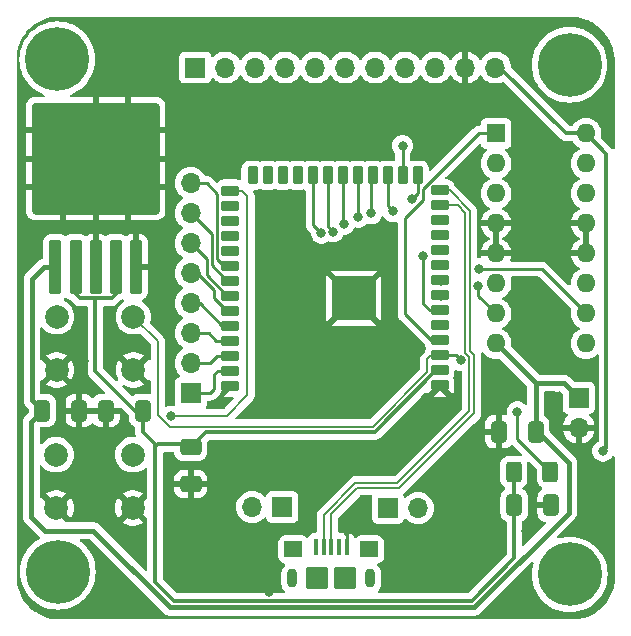
<source format=gtl>
G04 #@! TF.GenerationSoftware,KiCad,Pcbnew,8.0.7-8.0.7-0~ubuntu22.04.1*
G04 #@! TF.CreationDate,2025-01-30T21:49:18+01:00*
G04 #@! TF.ProjectId,linefollower_pcb,6c696e65-666f-46c6-9c6f-7765725f7063,rev?*
G04 #@! TF.SameCoordinates,Original*
G04 #@! TF.FileFunction,Copper,L1,Top*
G04 #@! TF.FilePolarity,Positive*
%FSLAX46Y46*%
G04 Gerber Fmt 4.6, Leading zero omitted, Abs format (unit mm)*
G04 Created by KiCad (PCBNEW 8.0.7-8.0.7-0~ubuntu22.04.1) date 2025-01-30 21:49:18*
%MOMM*%
%LPD*%
G01*
G04 APERTURE LIST*
G04 Aperture macros list*
%AMRoundRect*
0 Rectangle with rounded corners*
0 $1 Rounding radius*
0 $2 $3 $4 $5 $6 $7 $8 $9 X,Y pos of 4 corners*
0 Add a 4 corners polygon primitive as box body*
4,1,4,$2,$3,$4,$5,$6,$7,$8,$9,$2,$3,0*
0 Add four circle primitives for the rounded corners*
1,1,$1+$1,$2,$3*
1,1,$1+$1,$4,$5*
1,1,$1+$1,$6,$7*
1,1,$1+$1,$8,$9*
0 Add four rect primitives between the rounded corners*
20,1,$1+$1,$2,$3,$4,$5,0*
20,1,$1+$1,$4,$5,$6,$7,0*
20,1,$1+$1,$6,$7,$8,$9,0*
20,1,$1+$1,$8,$9,$2,$3,0*%
G04 Aperture macros list end*
G04 #@! TA.AperFunction,ComponentPad*
%ADD10R,1.700000X1.700000*%
G04 #@! TD*
G04 #@! TA.AperFunction,ComponentPad*
%ADD11O,1.700000X1.700000*%
G04 #@! TD*
G04 #@! TA.AperFunction,SMDPad,CuDef*
%ADD12RoundRect,0.100000X-0.100000X-0.575000X0.100000X-0.575000X0.100000X0.575000X-0.100000X0.575000X0*%
G04 #@! TD*
G04 #@! TA.AperFunction,ComponentPad*
%ADD13O,0.900000X1.600000*%
G04 #@! TD*
G04 #@! TA.AperFunction,SMDPad,CuDef*
%ADD14RoundRect,0.250000X-0.550000X-0.450000X0.550000X-0.450000X0.550000X0.450000X-0.550000X0.450000X0*%
G04 #@! TD*
G04 #@! TA.AperFunction,SMDPad,CuDef*
%ADD15RoundRect,0.250000X-0.700000X-0.700000X0.700000X-0.700000X0.700000X0.700000X-0.700000X0.700000X0*%
G04 #@! TD*
G04 #@! TA.AperFunction,SMDPad,CuDef*
%ADD16RoundRect,0.250000X-0.412500X-0.650000X0.412500X-0.650000X0.412500X0.650000X-0.412500X0.650000X0*%
G04 #@! TD*
G04 #@! TA.AperFunction,SMDPad,CuDef*
%ADD17RoundRect,0.250000X-0.650000X0.412500X-0.650000X-0.412500X0.650000X-0.412500X0.650000X0.412500X0*%
G04 #@! TD*
G04 #@! TA.AperFunction,SMDPad,CuDef*
%ADD18RoundRect,0.250000X-0.400000X-0.625000X0.400000X-0.625000X0.400000X0.625000X-0.400000X0.625000X0*%
G04 #@! TD*
G04 #@! TA.AperFunction,ComponentPad*
%ADD19C,0.800000*%
G04 #@! TD*
G04 #@! TA.AperFunction,ComponentPad*
%ADD20C,5.400000*%
G04 #@! TD*
G04 #@! TA.AperFunction,ComponentPad*
%ADD21R,1.600000X1.600000*%
G04 #@! TD*
G04 #@! TA.AperFunction,ComponentPad*
%ADD22O,1.600000X1.600000*%
G04 #@! TD*
G04 #@! TA.AperFunction,SMDPad,CuDef*
%ADD23RoundRect,0.225000X-0.525000X-0.225000X0.525000X-0.225000X0.525000X0.225000X-0.525000X0.225000X0*%
G04 #@! TD*
G04 #@! TA.AperFunction,SMDPad,CuDef*
%ADD24RoundRect,0.225000X0.225000X0.525000X-0.225000X0.525000X-0.225000X-0.525000X0.225000X-0.525000X0*%
G04 #@! TD*
G04 #@! TA.AperFunction,SMDPad,CuDef*
%ADD25RoundRect,0.225000X0.525000X0.225000X-0.525000X0.225000X-0.525000X-0.225000X0.525000X-0.225000X0*%
G04 #@! TD*
G04 #@! TA.AperFunction,SMDPad,CuDef*
%ADD26RoundRect,0.185000X1.665000X1.665000X-1.665000X1.665000X-1.665000X-1.665000X1.665000X-1.665000X0*%
G04 #@! TD*
G04 #@! TA.AperFunction,SMDPad,CuDef*
%ADD27RoundRect,0.250000X0.300000X-2.050000X0.300000X2.050000X-0.300000X2.050000X-0.300000X-2.050000X0*%
G04 #@! TD*
G04 #@! TA.AperFunction,SMDPad,CuDef*
%ADD28RoundRect,0.250000X2.375000X-2.025000X2.375000X2.025000X-2.375000X2.025000X-2.375000X-2.025000X0*%
G04 #@! TD*
G04 #@! TA.AperFunction,SMDPad,CuDef*
%ADD29RoundRect,0.250002X5.149998X-4.449998X5.149998X4.449998X-5.149998X4.449998X-5.149998X-4.449998X0*%
G04 #@! TD*
G04 #@! TA.AperFunction,SMDPad,CuDef*
%ADD30RoundRect,0.250000X0.412500X0.650000X-0.412500X0.650000X-0.412500X-0.650000X0.412500X-0.650000X0*%
G04 #@! TD*
G04 #@! TA.AperFunction,ComponentPad*
%ADD31C,2.000000*%
G04 #@! TD*
G04 #@! TA.AperFunction,ViaPad*
%ADD32C,0.800000*%
G04 #@! TD*
G04 #@! TA.AperFunction,Conductor*
%ADD33C,0.400000*%
G04 #@! TD*
G04 #@! TA.AperFunction,Conductor*
%ADD34C,0.250000*%
G04 #@! TD*
G04 #@! TA.AperFunction,Conductor*
%ADD35C,0.200000*%
G04 #@! TD*
G04 #@! TA.AperFunction,Conductor*
%ADD36C,0.300000*%
G04 #@! TD*
G04 APERTURE END LIST*
D10*
X90960000Y-116600000D03*
D11*
X93500000Y-116600000D03*
D12*
X84850000Y-119875000D03*
X85500000Y-119875000D03*
X86150000Y-119875000D03*
X86800000Y-119875000D03*
X87450000Y-119875000D03*
D13*
X82850000Y-122550000D03*
D14*
X82950000Y-120100000D03*
D15*
X84950000Y-122550000D03*
X87350000Y-122550000D03*
D14*
X89350000Y-120100000D03*
D13*
X89450000Y-122550000D03*
D10*
X82000000Y-116500000D03*
D11*
X79460000Y-116500000D03*
D16*
X61687500Y-108350000D03*
X64812500Y-108350000D03*
D17*
X74250000Y-111437500D03*
X74250000Y-114562500D03*
D10*
X74640000Y-79300000D03*
D11*
X77180000Y-79300000D03*
X79720000Y-79300000D03*
X82260000Y-79300000D03*
X84800000Y-79300000D03*
X87340000Y-79300000D03*
X89880000Y-79300000D03*
X92420000Y-79300000D03*
X94960000Y-79300000D03*
X97500000Y-79300000D03*
X100040000Y-79300000D03*
D18*
X101600000Y-113550000D03*
X104700000Y-113550000D03*
D19*
X60925000Y-78600000D03*
X61518109Y-77168109D03*
X61518109Y-80031891D03*
X62950000Y-76575000D03*
D20*
X62950000Y-78600000D03*
D19*
X62950000Y-80625000D03*
X64381891Y-77168109D03*
X64381891Y-80031891D03*
X64975000Y-78600000D03*
D21*
X100100000Y-84870000D03*
D22*
X100100000Y-87410000D03*
X100100000Y-89950000D03*
X100100000Y-92490000D03*
X100100000Y-95030000D03*
X100100000Y-97570000D03*
X100100000Y-100110000D03*
X100100000Y-102650000D03*
X107720000Y-102650000D03*
X107720000Y-100110000D03*
X107720000Y-97570000D03*
X107720000Y-95030000D03*
X107720000Y-92490000D03*
X107720000Y-89950000D03*
X107720000Y-87410000D03*
X107720000Y-84870000D03*
D10*
X74250000Y-106875000D03*
D11*
X74250000Y-104335000D03*
X74250000Y-101795000D03*
X74250000Y-99255000D03*
X74250000Y-96715000D03*
X74250000Y-94175000D03*
X74250000Y-91635000D03*
X74250000Y-89095000D03*
D23*
X95330000Y-106220000D03*
X95330000Y-104950000D03*
X95330000Y-103680000D03*
X95330000Y-102410000D03*
X95330000Y-101140000D03*
X95330000Y-99870000D03*
X95330000Y-98600000D03*
X95330000Y-97330000D03*
X95330000Y-96060000D03*
X95330000Y-94790000D03*
X95330000Y-93520000D03*
X95330000Y-92250000D03*
X95330000Y-90980000D03*
X95330000Y-89710000D03*
D24*
X93460000Y-88430000D03*
X92190000Y-88430000D03*
X90920000Y-88430000D03*
X89650000Y-88430000D03*
X88380000Y-88430000D03*
X87110000Y-88430000D03*
X85840000Y-88430000D03*
X84570000Y-88430000D03*
X83300000Y-88430000D03*
X82030000Y-88430000D03*
X80760000Y-88430000D03*
X79490000Y-88430000D03*
D25*
X77610000Y-89730000D03*
X77610000Y-91000000D03*
X77610000Y-92270000D03*
X77610000Y-93540000D03*
X77610000Y-94810000D03*
X77610000Y-96080000D03*
X77610000Y-97350000D03*
X77610000Y-98620000D03*
X77610000Y-99890000D03*
X77610000Y-101160000D03*
X77610000Y-102430000D03*
X77610000Y-103700000D03*
X77610000Y-104970000D03*
X77610000Y-106240000D03*
D26*
X88050000Y-98850000D03*
D16*
X101637500Y-116350000D03*
X104762500Y-116350000D03*
D10*
X107100000Y-107250000D03*
D11*
X107100000Y-109790000D03*
D27*
X62800000Y-96175000D03*
X64500000Y-96175000D03*
X66200000Y-96175000D03*
D28*
X63425000Y-89450000D03*
X68975000Y-89450000D03*
D29*
X66200000Y-87025000D03*
D28*
X63425000Y-84600000D03*
X68975000Y-84600000D03*
D27*
X67900000Y-96175000D03*
X69600000Y-96175000D03*
D19*
X104300000Y-79068109D03*
X104893109Y-77636218D03*
X104893109Y-80500000D03*
X106325000Y-77043109D03*
D20*
X106325000Y-79068109D03*
D19*
X106325000Y-81093109D03*
X107756891Y-77636218D03*
X107756891Y-80500000D03*
X108350000Y-79068109D03*
X104325000Y-122218109D03*
X104918109Y-120786218D03*
X104918109Y-123650000D03*
X106350000Y-120193109D03*
D20*
X106350000Y-122218109D03*
D19*
X106350000Y-124243109D03*
X107781891Y-120786218D03*
X107781891Y-123650000D03*
X108375000Y-122218109D03*
D30*
X70187500Y-108350000D03*
X67062500Y-108350000D03*
D19*
X60975000Y-122000000D03*
X61568109Y-120568109D03*
X61568109Y-123431891D03*
X63000000Y-119975000D03*
D20*
X63000000Y-122000000D03*
D19*
X63000000Y-124025000D03*
X64431891Y-120568109D03*
X64431891Y-123431891D03*
X65025000Y-122000000D03*
D30*
X103462500Y-110150000D03*
X100337500Y-110150000D03*
D31*
X62850000Y-112081128D03*
X69350000Y-112081128D03*
X62850000Y-116581128D03*
X69350000Y-116581128D03*
X62900000Y-100400000D03*
X69400000Y-100400000D03*
X62900000Y-104900000D03*
X69400000Y-104900000D03*
D32*
X87550000Y-85925000D03*
X70050000Y-89550000D03*
X98800000Y-76500000D03*
X96290000Y-121800000D03*
X65250000Y-104150000D03*
X60350000Y-81300000D03*
X102650000Y-118575000D03*
X79500000Y-82500000D03*
X83475000Y-111650000D03*
X60400000Y-93950000D03*
X88500000Y-117500000D03*
X88450000Y-95300000D03*
X79250000Y-76250000D03*
X89250000Y-102850000D03*
X80500000Y-102450000D03*
X86300000Y-112250000D03*
X75250000Y-120750000D03*
X70400000Y-80150000D03*
X67300000Y-76950000D03*
X72700000Y-75950000D03*
X104212500Y-93554416D03*
X90900000Y-111300000D03*
X103750000Y-98775000D03*
X77610000Y-106240000D03*
X68425000Y-123400000D03*
X69750000Y-84350000D03*
X75000000Y-84750000D03*
X81100000Y-98650000D03*
X109150000Y-115200000D03*
X83850000Y-95900000D03*
X73500000Y-118000000D03*
X62850000Y-89400000D03*
X104025000Y-85925000D03*
X84000000Y-101500000D03*
X104250000Y-103100000D03*
X95600000Y-82050000D03*
X83000000Y-85250000D03*
X102200000Y-123925000D03*
X98275000Y-111250000D03*
X86550000Y-75800000D03*
X98750000Y-116650000D03*
X86150000Y-81350000D03*
X71975000Y-98075000D03*
X65900000Y-125000000D03*
X66200000Y-86950000D03*
X84050000Y-115550000D03*
X62750000Y-84400000D03*
X87150000Y-104900000D03*
X80850000Y-123700000D03*
X83500000Y-90500000D03*
X80875000Y-93575000D03*
X101900000Y-108450000D03*
X97150000Y-104100000D03*
X72575000Y-108825000D03*
X95330000Y-101140000D03*
X95330000Y-96060000D03*
X98650000Y-96350000D03*
X95450000Y-97350000D03*
X93950000Y-95250000D03*
X98600000Y-97775000D03*
X95400000Y-98625000D03*
X101600000Y-113550000D03*
X109150000Y-111775000D03*
X92950000Y-90450000D03*
X92190000Y-85921884D03*
X91400000Y-91475500D03*
X89550000Y-91650000D03*
X88450000Y-91950000D03*
X87250000Y-92550000D03*
X86300000Y-93200000D03*
X85305841Y-93303223D03*
D33*
X107100000Y-107250000D02*
X105862500Y-106012500D01*
X98250000Y-125000000D02*
X106275000Y-116975000D01*
X60800000Y-107462500D02*
X60800000Y-97200000D01*
X61825000Y-96175000D02*
X62800000Y-96175000D01*
X66000000Y-118500000D02*
X72500000Y-125000000D01*
X106275000Y-116975000D02*
X106275000Y-112750000D01*
X106275000Y-112750000D02*
X103675000Y-110150000D01*
X61687500Y-108350000D02*
X60750000Y-109287500D01*
X100100000Y-102650000D02*
X103462500Y-106012500D01*
X103675000Y-110150000D02*
X103462500Y-110150000D01*
X61900000Y-118500000D02*
X66000000Y-118500000D01*
X103462500Y-106800000D02*
X103462500Y-110150000D01*
X60800000Y-97200000D02*
X61825000Y-96175000D01*
X105250000Y-106037500D02*
X105225000Y-106012500D01*
X72500000Y-125000000D02*
X98250000Y-125000000D01*
X60750000Y-109287500D02*
X60750000Y-117350000D01*
X61687500Y-108350000D02*
X60800000Y-107462500D01*
X103462500Y-106012500D02*
X103462500Y-106800000D01*
X105862500Y-106012500D02*
X103462500Y-106012500D01*
X60750000Y-117350000D02*
X61900000Y-118500000D01*
D34*
X88500000Y-117500000D02*
X87450000Y-118550000D01*
X87450000Y-118550000D02*
X87450000Y-119875000D01*
D35*
X94280000Y-105064196D02*
X94280000Y-103995000D01*
X69400000Y-100400000D02*
X71450000Y-102450000D01*
X71450000Y-108689950D02*
X72457148Y-109697098D01*
D34*
X97150000Y-104100000D02*
X96730000Y-103680000D01*
D35*
X72457148Y-109697098D02*
X89647098Y-109697098D01*
D34*
X101900000Y-108450000D02*
X101900000Y-110750000D01*
D35*
X71450000Y-102450000D02*
X71450000Y-108689950D01*
D34*
X101900000Y-110750000D02*
X104700000Y-113550000D01*
X96730000Y-103680000D02*
X95330000Y-103680000D01*
D35*
X94595000Y-103680000D02*
X95330000Y-103680000D01*
X89647098Y-109697098D02*
X94280000Y-105064196D01*
X94280000Y-103995000D02*
X94595000Y-103680000D01*
X72625000Y-108775000D02*
X77325000Y-108775000D01*
X79050000Y-90200000D02*
X78580000Y-89730000D01*
X79050000Y-107050000D02*
X79050000Y-90200000D01*
X72575000Y-108825000D02*
X72625000Y-108775000D01*
X77325000Y-108775000D02*
X79050000Y-107050000D01*
X78580000Y-89730000D02*
X77610000Y-89730000D01*
D34*
X98650000Y-96350000D02*
X103960000Y-96350000D01*
X103960000Y-96350000D02*
X107720000Y-100110000D01*
X94470000Y-99870000D02*
X95330000Y-99870000D01*
X95309669Y-99849669D02*
X95330000Y-99870000D01*
X93950000Y-99350000D02*
X94470000Y-99870000D01*
X95049669Y-99849669D02*
X95309669Y-99849669D01*
X93950000Y-95250000D02*
X93950000Y-99350000D01*
X98600000Y-98610000D02*
X100100000Y-100110000D01*
X98600000Y-97775000D02*
X98600000Y-98610000D01*
X93910000Y-90515305D02*
X92400000Y-92025305D01*
X98635948Y-84870000D02*
X93910000Y-89595948D01*
X92400000Y-92025305D02*
X92400000Y-100200000D01*
X100100000Y-84870000D02*
X98635948Y-84870000D01*
X92400000Y-100200000D02*
X94610000Y-102410000D01*
X93910000Y-89595948D02*
X93910000Y-90515305D01*
X94610000Y-102410000D02*
X95330000Y-102410000D01*
D36*
X67550000Y-98825000D02*
X67900000Y-98475000D01*
X71237500Y-111437500D02*
X71462500Y-111212500D01*
X67900000Y-97680456D02*
X67900000Y-96175000D01*
X64500000Y-98475000D02*
X64850000Y-98825000D01*
X67900000Y-98475000D02*
X67900000Y-96175000D01*
X71237500Y-122837500D02*
X72850000Y-124450000D01*
X95030592Y-104950000D02*
X95330000Y-104950000D01*
X109150000Y-111775000D02*
X109450000Y-111475000D01*
X101637500Y-116350000D02*
X101637500Y-113587500D01*
X101637500Y-120834682D02*
X101637500Y-116350000D01*
X64500000Y-96175000D02*
X64500000Y-98475000D01*
X72850000Y-124450000D02*
X98022182Y-124450000D01*
X75540402Y-110147098D02*
X89833494Y-110147098D01*
X70187500Y-110162500D02*
X70187500Y-108350000D01*
X98022182Y-124450000D02*
X101637500Y-120834682D01*
X70187500Y-108350000D02*
X69525000Y-108350000D01*
X71237500Y-111212500D02*
X70187500Y-110162500D01*
X100040000Y-79300000D02*
X100475000Y-79300000D01*
X71237500Y-111437500D02*
X71237500Y-111212500D01*
X101637500Y-113587500D02*
X101600000Y-113550000D01*
X69525000Y-108350000D02*
X66175000Y-105000000D01*
X66175000Y-98825000D02*
X67550000Y-98825000D01*
X89833494Y-110147098D02*
X95030592Y-104950000D01*
X74250000Y-111437500D02*
X75540402Y-110147098D01*
X74025000Y-111212500D02*
X74250000Y-111437500D01*
X100475000Y-79300000D02*
X106045000Y-84870000D01*
X71237500Y-111437500D02*
X71237500Y-122837500D01*
X109450000Y-111475000D02*
X109450000Y-86600000D01*
X66175000Y-105000000D02*
X66175000Y-98825000D01*
X71462500Y-111212500D02*
X74025000Y-111212500D01*
X109450000Y-86600000D02*
X107720000Y-84870000D01*
X106045000Y-84870000D02*
X107720000Y-84870000D01*
X64850000Y-98825000D02*
X66175000Y-98825000D01*
D34*
X92950000Y-90450000D02*
X93460000Y-89940000D01*
X93460000Y-89940000D02*
X93460000Y-88430000D01*
X91984058Y-88224058D02*
X92190000Y-88430000D01*
X92190000Y-85921884D02*
X92190000Y-88430000D01*
X90920000Y-90995500D02*
X90920000Y-88430000D01*
X91400000Y-91475500D02*
X90920000Y-90995500D01*
X89550000Y-91650000D02*
X89550000Y-88530000D01*
X89550000Y-88530000D02*
X89650000Y-88430000D01*
X88450000Y-88500000D02*
X88380000Y-88430000D01*
X88450000Y-91950000D02*
X88450000Y-88500000D01*
X87250000Y-92550000D02*
X87110000Y-92410000D01*
X87110000Y-92410000D02*
X87110000Y-88430000D01*
X86300000Y-93200000D02*
X85850000Y-92750000D01*
X85850000Y-92750000D02*
X85850000Y-88440000D01*
X85850000Y-88440000D02*
X85840000Y-88430000D01*
D35*
X97850000Y-103810050D02*
X97475000Y-103435050D01*
X85500000Y-119875000D02*
X85500000Y-117184315D01*
X97475000Y-103435050D02*
X97475000Y-91590686D01*
X96864314Y-90980000D02*
X95330000Y-90980000D01*
X97475000Y-91590686D02*
X96864314Y-90980000D01*
X97850000Y-108400000D02*
X97850000Y-103810050D01*
X88184315Y-114500000D02*
X91750000Y-114500000D01*
X85500000Y-117184315D02*
X88184315Y-114500000D01*
X91750000Y-114500000D02*
X97850000Y-108400000D01*
X86150000Y-117100001D02*
X88350001Y-114900000D01*
X96160000Y-89710000D02*
X95330000Y-89710000D01*
X88350001Y-114900000D02*
X91915686Y-114900000D01*
X98250000Y-108565686D02*
X98250000Y-103644364D01*
X97875000Y-91425000D02*
X96160000Y-89710000D01*
X97875000Y-103269364D02*
X97875000Y-91425000D01*
X91915686Y-114900000D02*
X98250000Y-108565686D01*
X98250000Y-103644364D02*
X97875000Y-103269364D01*
X86150000Y-119875000D02*
X86150000Y-117100001D01*
D34*
X82950000Y-122450000D02*
X82850000Y-122550000D01*
X84600000Y-88460000D02*
X84570000Y-88430000D01*
X84600000Y-92597382D02*
X84600000Y-88460000D01*
X85305841Y-93303223D02*
X84600000Y-92597382D01*
X76500000Y-95500000D02*
X76500000Y-90000000D01*
X75595000Y-89095000D02*
X74250000Y-89095000D01*
X77610000Y-96080000D02*
X77080000Y-96080000D01*
X76500000Y-90000000D02*
X75595000Y-89095000D01*
X77080000Y-96080000D02*
X76500000Y-95500000D01*
X76050000Y-96047817D02*
X76050000Y-93435000D01*
X77610000Y-97350000D02*
X77352183Y-97350000D01*
X76050000Y-93435000D02*
X74250000Y-91635000D01*
X77352183Y-97350000D02*
X76050000Y-96047817D01*
X75600000Y-96867817D02*
X77352183Y-98620000D01*
X74250000Y-94175000D02*
X75600000Y-95525000D01*
X75600000Y-95525000D02*
X75600000Y-96867817D01*
X77352183Y-98620000D02*
X77610000Y-98620000D01*
X77352183Y-99890000D02*
X77610000Y-99890000D01*
X74250000Y-96715000D02*
X74810787Y-96715000D01*
X74810787Y-96715000D02*
X76250000Y-98154213D01*
X76250000Y-98787817D02*
X77352183Y-99890000D01*
X76250000Y-98154213D02*
X76250000Y-98787817D01*
X74250000Y-99255000D02*
X75005000Y-99255000D01*
X76910000Y-101160000D02*
X77610000Y-101160000D01*
X75005000Y-99255000D02*
X76910000Y-101160000D01*
X74250000Y-101795000D02*
X75795000Y-101795000D01*
X76430000Y-102430000D02*
X77610000Y-102430000D01*
X75795000Y-101795000D02*
X76430000Y-102430000D01*
X76500000Y-103750000D02*
X77560000Y-103750000D01*
X77560000Y-103750000D02*
X77610000Y-103700000D01*
X74250000Y-104335000D02*
X75915000Y-104335000D01*
X75915000Y-104335000D02*
X76500000Y-103750000D01*
X74250000Y-106875000D02*
X75875000Y-106875000D01*
X76250000Y-106500000D02*
X76250000Y-105250000D01*
X76250000Y-105250000D02*
X76530000Y-104970000D01*
X75875000Y-106875000D02*
X76250000Y-106500000D01*
X76530000Y-104970000D02*
X77610000Y-104970000D01*
X89450000Y-120200000D02*
X89350000Y-120100000D01*
G04 #@! TA.AperFunction,Conductor*
G36*
X106532140Y-75000169D02*
G01*
X106715609Y-75009759D01*
X106726667Y-75010836D01*
X107096010Y-75063584D01*
X107108426Y-75066009D01*
X107372352Y-75131694D01*
X107469733Y-75155930D01*
X107481829Y-75159604D01*
X107832106Y-75285877D01*
X107843770Y-75290768D01*
X108179342Y-75452064D01*
X108190449Y-75458119D01*
X108507847Y-75652772D01*
X108518278Y-75659926D01*
X108814188Y-75885903D01*
X108823834Y-75894082D01*
X109095181Y-76149036D01*
X109103947Y-76158157D01*
X109347904Y-76439431D01*
X109355694Y-76449398D01*
X109569719Y-76754059D01*
X109576454Y-76764769D01*
X109758321Y-77089650D01*
X109763929Y-77100989D01*
X109911755Y-77442725D01*
X109916179Y-77454578D01*
X109974605Y-77639388D01*
X110028411Y-77809581D01*
X110031604Y-77821822D01*
X110107079Y-78186411D01*
X110109009Y-78198914D01*
X110147025Y-78570091D01*
X110147660Y-78581173D01*
X110149990Y-78767337D01*
X110150000Y-78768831D01*
X110153449Y-86084082D01*
X110133796Y-86151130D01*
X110081014Y-86196910D01*
X110011860Y-86206886D01*
X109948290Y-86177891D01*
X109941768Y-86171821D01*
X109026884Y-85256938D01*
X108993399Y-85195615D01*
X108994791Y-85137162D01*
X109005633Y-85096699D01*
X109005632Y-85096699D01*
X109005635Y-85096692D01*
X109025468Y-84870000D01*
X109005635Y-84643308D01*
X108946739Y-84423504D01*
X108850568Y-84217266D01*
X108720047Y-84030861D01*
X108720045Y-84030858D01*
X108559141Y-83869954D01*
X108372734Y-83739432D01*
X108372732Y-83739431D01*
X108166497Y-83643261D01*
X108166488Y-83643258D01*
X107946697Y-83584366D01*
X107946693Y-83584365D01*
X107946692Y-83584365D01*
X107946691Y-83584364D01*
X107946686Y-83584364D01*
X107720002Y-83564532D01*
X107719998Y-83564532D01*
X107493313Y-83584364D01*
X107493302Y-83584366D01*
X107273511Y-83643258D01*
X107273502Y-83643261D01*
X107067267Y-83739431D01*
X107067265Y-83739432D01*
X106880858Y-83869954D01*
X106719954Y-84030858D01*
X106624892Y-84166623D01*
X106570315Y-84210248D01*
X106523317Y-84219500D01*
X106365808Y-84219500D01*
X106298769Y-84199815D01*
X106278127Y-84183181D01*
X101427641Y-79332695D01*
X101394156Y-79271372D01*
X101391794Y-79255822D01*
X101378774Y-79107007D01*
X101375371Y-79068109D01*
X103119457Y-79068109D01*
X103139612Y-79427011D01*
X103139614Y-79427023D01*
X103199826Y-79781405D01*
X103199828Y-79781414D01*
X103260160Y-79990831D01*
X103299341Y-80126833D01*
X103354881Y-80260917D01*
X103436905Y-80458940D01*
X103610790Y-80773563D01*
X103676847Y-80866661D01*
X103818806Y-81066732D01*
X104058339Y-81334770D01*
X104326377Y-81574303D01*
X104619548Y-81782320D01*
X104934167Y-81956203D01*
X105266276Y-82093768D01*
X105611700Y-82193282D01*
X105966093Y-82253496D01*
X106325000Y-82273652D01*
X106683907Y-82253496D01*
X107038300Y-82193282D01*
X107383724Y-82093768D01*
X107715833Y-81956203D01*
X108030452Y-81782320D01*
X108323623Y-81574303D01*
X108591661Y-81334770D01*
X108831194Y-81066732D01*
X109039211Y-80773561D01*
X109213094Y-80458942D01*
X109350659Y-80126833D01*
X109450173Y-79781409D01*
X109510387Y-79427016D01*
X109530543Y-79068109D01*
X109510387Y-78709202D01*
X109450173Y-78354809D01*
X109350659Y-78009385D01*
X109213094Y-77677276D01*
X109039211Y-77362657D01*
X108930303Y-77209167D01*
X108831194Y-77069486D01*
X108591661Y-76801448D01*
X108323623Y-76561915D01*
X108150999Y-76439431D01*
X108030454Y-76353899D01*
X107715831Y-76180014D01*
X107444810Y-76067753D01*
X107383724Y-76042450D01*
X107383720Y-76042448D01*
X107383718Y-76042448D01*
X107038305Y-75942937D01*
X107038296Y-75942935D01*
X106683914Y-75882723D01*
X106683902Y-75882721D01*
X106325000Y-75862566D01*
X105966097Y-75882721D01*
X105966085Y-75882723D01*
X105611703Y-75942935D01*
X105611694Y-75942937D01*
X105266281Y-76042448D01*
X104934168Y-76180014D01*
X104619545Y-76353899D01*
X104326377Y-76561914D01*
X104058339Y-76801448D01*
X103818805Y-77069486D01*
X103610790Y-77362654D01*
X103436905Y-77677277D01*
X103317752Y-77964937D01*
X103300660Y-78006202D01*
X103299339Y-78009390D01*
X103199828Y-78354803D01*
X103199826Y-78354812D01*
X103139614Y-78709194D01*
X103139612Y-78709206D01*
X103119457Y-79068109D01*
X101375371Y-79068109D01*
X101375063Y-79064592D01*
X101313903Y-78836337D01*
X101214035Y-78622171D01*
X101208731Y-78614595D01*
X101078494Y-78428597D01*
X100911402Y-78261506D01*
X100911395Y-78261501D01*
X100717834Y-78125967D01*
X100717830Y-78125965D01*
X100717828Y-78125964D01*
X100503663Y-78026097D01*
X100503659Y-78026096D01*
X100503655Y-78026094D01*
X100275413Y-77964938D01*
X100275403Y-77964936D01*
X100040001Y-77944341D01*
X100039999Y-77944341D01*
X99804596Y-77964936D01*
X99804586Y-77964938D01*
X99576344Y-78026094D01*
X99576335Y-78026098D01*
X99362171Y-78125964D01*
X99362169Y-78125965D01*
X99168597Y-78261505D01*
X99001508Y-78428594D01*
X98871269Y-78614595D01*
X98816692Y-78658219D01*
X98747193Y-78665412D01*
X98684839Y-78633890D01*
X98668119Y-78614594D01*
X98538113Y-78428926D01*
X98538108Y-78428920D01*
X98371082Y-78261894D01*
X98177578Y-78126399D01*
X97963492Y-78026570D01*
X97963486Y-78026567D01*
X97750000Y-77969364D01*
X97750000Y-78866988D01*
X97692993Y-78834075D01*
X97565826Y-78800000D01*
X97434174Y-78800000D01*
X97307007Y-78834075D01*
X97250000Y-78866988D01*
X97250000Y-77969364D01*
X97249999Y-77969364D01*
X97036513Y-78026567D01*
X97036507Y-78026570D01*
X96822422Y-78126399D01*
X96822420Y-78126400D01*
X96628926Y-78261886D01*
X96628920Y-78261891D01*
X96461891Y-78428920D01*
X96461890Y-78428922D01*
X96331880Y-78614595D01*
X96277303Y-78658219D01*
X96207804Y-78665412D01*
X96145450Y-78633890D01*
X96128730Y-78614594D01*
X95998494Y-78428597D01*
X95831402Y-78261506D01*
X95831395Y-78261501D01*
X95637834Y-78125967D01*
X95637830Y-78125965D01*
X95637828Y-78125964D01*
X95423663Y-78026097D01*
X95423659Y-78026096D01*
X95423655Y-78026094D01*
X95195413Y-77964938D01*
X95195403Y-77964936D01*
X94960001Y-77944341D01*
X94959999Y-77944341D01*
X94724596Y-77964936D01*
X94724586Y-77964938D01*
X94496344Y-78026094D01*
X94496335Y-78026098D01*
X94282171Y-78125964D01*
X94282169Y-78125965D01*
X94088597Y-78261505D01*
X93921505Y-78428597D01*
X93791575Y-78614158D01*
X93736998Y-78657783D01*
X93667500Y-78664977D01*
X93605145Y-78633454D01*
X93588425Y-78614158D01*
X93458494Y-78428597D01*
X93291402Y-78261506D01*
X93291395Y-78261501D01*
X93097834Y-78125967D01*
X93097830Y-78125965D01*
X93097828Y-78125964D01*
X92883663Y-78026097D01*
X92883659Y-78026096D01*
X92883655Y-78026094D01*
X92655413Y-77964938D01*
X92655403Y-77964936D01*
X92420001Y-77944341D01*
X92419999Y-77944341D01*
X92184596Y-77964936D01*
X92184586Y-77964938D01*
X91956344Y-78026094D01*
X91956335Y-78026098D01*
X91742171Y-78125964D01*
X91742169Y-78125965D01*
X91548597Y-78261505D01*
X91381505Y-78428597D01*
X91251575Y-78614158D01*
X91196998Y-78657783D01*
X91127500Y-78664977D01*
X91065145Y-78633454D01*
X91048425Y-78614158D01*
X90918494Y-78428597D01*
X90751402Y-78261506D01*
X90751395Y-78261501D01*
X90557834Y-78125967D01*
X90557830Y-78125965D01*
X90557828Y-78125964D01*
X90343663Y-78026097D01*
X90343659Y-78026096D01*
X90343655Y-78026094D01*
X90115413Y-77964938D01*
X90115403Y-77964936D01*
X89880001Y-77944341D01*
X89879999Y-77944341D01*
X89644596Y-77964936D01*
X89644586Y-77964938D01*
X89416344Y-78026094D01*
X89416335Y-78026098D01*
X89202171Y-78125964D01*
X89202169Y-78125965D01*
X89008597Y-78261505D01*
X88841505Y-78428597D01*
X88711575Y-78614158D01*
X88656998Y-78657783D01*
X88587500Y-78664977D01*
X88525145Y-78633454D01*
X88508425Y-78614158D01*
X88378494Y-78428597D01*
X88211402Y-78261506D01*
X88211395Y-78261501D01*
X88017834Y-78125967D01*
X88017830Y-78125965D01*
X88017828Y-78125964D01*
X87803663Y-78026097D01*
X87803659Y-78026096D01*
X87803655Y-78026094D01*
X87575413Y-77964938D01*
X87575403Y-77964936D01*
X87340001Y-77944341D01*
X87339999Y-77944341D01*
X87104596Y-77964936D01*
X87104586Y-77964938D01*
X86876344Y-78026094D01*
X86876335Y-78026098D01*
X86662171Y-78125964D01*
X86662169Y-78125965D01*
X86468597Y-78261505D01*
X86301505Y-78428597D01*
X86171575Y-78614158D01*
X86116998Y-78657783D01*
X86047500Y-78664977D01*
X85985145Y-78633454D01*
X85968425Y-78614158D01*
X85838494Y-78428597D01*
X85671402Y-78261506D01*
X85671395Y-78261501D01*
X85477834Y-78125967D01*
X85477830Y-78125965D01*
X85477828Y-78125964D01*
X85263663Y-78026097D01*
X85263659Y-78026096D01*
X85263655Y-78026094D01*
X85035413Y-77964938D01*
X85035403Y-77964936D01*
X84800001Y-77944341D01*
X84799999Y-77944341D01*
X84564596Y-77964936D01*
X84564586Y-77964938D01*
X84336344Y-78026094D01*
X84336335Y-78026098D01*
X84122171Y-78125964D01*
X84122169Y-78125965D01*
X83928597Y-78261505D01*
X83761505Y-78428597D01*
X83631575Y-78614158D01*
X83576998Y-78657783D01*
X83507500Y-78664977D01*
X83445145Y-78633454D01*
X83428425Y-78614158D01*
X83298494Y-78428597D01*
X83131402Y-78261506D01*
X83131395Y-78261501D01*
X82937834Y-78125967D01*
X82937830Y-78125965D01*
X82937828Y-78125964D01*
X82723663Y-78026097D01*
X82723659Y-78026096D01*
X82723655Y-78026094D01*
X82495413Y-77964938D01*
X82495403Y-77964936D01*
X82260001Y-77944341D01*
X82259999Y-77944341D01*
X82024596Y-77964936D01*
X82024586Y-77964938D01*
X81796344Y-78026094D01*
X81796335Y-78026098D01*
X81582171Y-78125964D01*
X81582169Y-78125965D01*
X81388597Y-78261505D01*
X81221505Y-78428597D01*
X81091575Y-78614158D01*
X81036998Y-78657783D01*
X80967500Y-78664977D01*
X80905145Y-78633454D01*
X80888425Y-78614158D01*
X80758494Y-78428597D01*
X80591402Y-78261506D01*
X80591395Y-78261501D01*
X80397834Y-78125967D01*
X80397830Y-78125965D01*
X80397828Y-78125964D01*
X80183663Y-78026097D01*
X80183659Y-78026096D01*
X80183655Y-78026094D01*
X79955413Y-77964938D01*
X79955403Y-77964936D01*
X79720001Y-77944341D01*
X79719999Y-77944341D01*
X79484596Y-77964936D01*
X79484586Y-77964938D01*
X79256344Y-78026094D01*
X79256335Y-78026098D01*
X79042171Y-78125964D01*
X79042169Y-78125965D01*
X78848597Y-78261505D01*
X78681505Y-78428597D01*
X78551575Y-78614158D01*
X78496998Y-78657783D01*
X78427500Y-78664977D01*
X78365145Y-78633454D01*
X78348425Y-78614158D01*
X78218494Y-78428597D01*
X78051402Y-78261506D01*
X78051395Y-78261501D01*
X77857834Y-78125967D01*
X77857830Y-78125965D01*
X77857828Y-78125964D01*
X77643663Y-78026097D01*
X77643659Y-78026096D01*
X77643655Y-78026094D01*
X77415413Y-77964938D01*
X77415403Y-77964936D01*
X77180001Y-77944341D01*
X77179999Y-77944341D01*
X76944596Y-77964936D01*
X76944586Y-77964938D01*
X76716344Y-78026094D01*
X76716335Y-78026098D01*
X76502171Y-78125964D01*
X76502169Y-78125965D01*
X76308600Y-78261503D01*
X76186673Y-78383430D01*
X76125350Y-78416914D01*
X76055658Y-78411930D01*
X75999725Y-78370058D01*
X75982810Y-78339081D01*
X75933797Y-78207671D01*
X75933793Y-78207664D01*
X75847547Y-78092455D01*
X75847544Y-78092452D01*
X75732335Y-78006206D01*
X75732328Y-78006202D01*
X75597482Y-77955908D01*
X75597483Y-77955908D01*
X75537883Y-77949501D01*
X75537881Y-77949500D01*
X75537873Y-77949500D01*
X75537864Y-77949500D01*
X73742129Y-77949500D01*
X73742123Y-77949501D01*
X73682516Y-77955908D01*
X73547671Y-78006202D01*
X73547664Y-78006206D01*
X73432455Y-78092452D01*
X73432452Y-78092455D01*
X73346206Y-78207664D01*
X73346202Y-78207671D01*
X73295908Y-78342517D01*
X73289501Y-78402116D01*
X73289500Y-78402135D01*
X73289500Y-80197870D01*
X73289501Y-80197876D01*
X73295908Y-80257483D01*
X73346202Y-80392328D01*
X73346206Y-80392335D01*
X73432452Y-80507544D01*
X73432455Y-80507547D01*
X73547664Y-80593793D01*
X73547671Y-80593797D01*
X73682517Y-80644091D01*
X73682516Y-80644091D01*
X73689444Y-80644835D01*
X73742127Y-80650500D01*
X75537872Y-80650499D01*
X75597483Y-80644091D01*
X75732331Y-80593796D01*
X75847546Y-80507546D01*
X75933796Y-80392331D01*
X75982810Y-80260916D01*
X76024681Y-80204984D01*
X76090145Y-80180566D01*
X76158418Y-80195417D01*
X76186673Y-80216569D01*
X76308599Y-80338495D01*
X76405384Y-80406265D01*
X76502165Y-80474032D01*
X76502167Y-80474033D01*
X76502170Y-80474035D01*
X76716337Y-80573903D01*
X76944592Y-80635063D01*
X77121034Y-80650500D01*
X77179999Y-80655659D01*
X77180000Y-80655659D01*
X77180001Y-80655659D01*
X77238966Y-80650500D01*
X77415408Y-80635063D01*
X77643663Y-80573903D01*
X77857830Y-80474035D01*
X78051401Y-80338495D01*
X78218495Y-80171401D01*
X78348425Y-79985842D01*
X78403002Y-79942217D01*
X78472500Y-79935023D01*
X78534855Y-79966546D01*
X78551575Y-79985842D01*
X78681281Y-80171082D01*
X78681505Y-80171401D01*
X78848599Y-80338495D01*
X78945384Y-80406265D01*
X79042165Y-80474032D01*
X79042167Y-80474033D01*
X79042170Y-80474035D01*
X79256337Y-80573903D01*
X79484592Y-80635063D01*
X79661034Y-80650500D01*
X79719999Y-80655659D01*
X79720000Y-80655659D01*
X79720001Y-80655659D01*
X79778966Y-80650500D01*
X79955408Y-80635063D01*
X80183663Y-80573903D01*
X80397830Y-80474035D01*
X80591401Y-80338495D01*
X80758495Y-80171401D01*
X80888425Y-79985842D01*
X80943002Y-79942217D01*
X81012500Y-79935023D01*
X81074855Y-79966546D01*
X81091575Y-79985842D01*
X81221281Y-80171082D01*
X81221505Y-80171401D01*
X81388599Y-80338495D01*
X81485384Y-80406265D01*
X81582165Y-80474032D01*
X81582167Y-80474033D01*
X81582170Y-80474035D01*
X81796337Y-80573903D01*
X82024592Y-80635063D01*
X82201034Y-80650500D01*
X82259999Y-80655659D01*
X82260000Y-80655659D01*
X82260001Y-80655659D01*
X82318966Y-80650500D01*
X82495408Y-80635063D01*
X82723663Y-80573903D01*
X82937830Y-80474035D01*
X83131401Y-80338495D01*
X83298495Y-80171401D01*
X83428425Y-79985842D01*
X83483002Y-79942217D01*
X83552500Y-79935023D01*
X83614855Y-79966546D01*
X83631575Y-79985842D01*
X83761281Y-80171082D01*
X83761505Y-80171401D01*
X83928599Y-80338495D01*
X84025384Y-80406265D01*
X84122165Y-80474032D01*
X84122167Y-80474033D01*
X84122170Y-80474035D01*
X84336337Y-80573903D01*
X84564592Y-80635063D01*
X84741034Y-80650500D01*
X84799999Y-80655659D01*
X84800000Y-80655659D01*
X84800001Y-80655659D01*
X84858966Y-80650500D01*
X85035408Y-80635063D01*
X85263663Y-80573903D01*
X85477830Y-80474035D01*
X85671401Y-80338495D01*
X85838495Y-80171401D01*
X85968425Y-79985842D01*
X86023002Y-79942217D01*
X86092500Y-79935023D01*
X86154855Y-79966546D01*
X86171575Y-79985842D01*
X86301281Y-80171082D01*
X86301505Y-80171401D01*
X86468599Y-80338495D01*
X86565384Y-80406265D01*
X86662165Y-80474032D01*
X86662167Y-80474033D01*
X86662170Y-80474035D01*
X86876337Y-80573903D01*
X87104592Y-80635063D01*
X87281034Y-80650500D01*
X87339999Y-80655659D01*
X87340000Y-80655659D01*
X87340001Y-80655659D01*
X87398966Y-80650500D01*
X87575408Y-80635063D01*
X87803663Y-80573903D01*
X88017830Y-80474035D01*
X88211401Y-80338495D01*
X88378495Y-80171401D01*
X88508425Y-79985842D01*
X88563002Y-79942217D01*
X88632500Y-79935023D01*
X88694855Y-79966546D01*
X88711575Y-79985842D01*
X88841281Y-80171082D01*
X88841505Y-80171401D01*
X89008599Y-80338495D01*
X89105384Y-80406265D01*
X89202165Y-80474032D01*
X89202167Y-80474033D01*
X89202170Y-80474035D01*
X89416337Y-80573903D01*
X89644592Y-80635063D01*
X89821034Y-80650500D01*
X89879999Y-80655659D01*
X89880000Y-80655659D01*
X89880001Y-80655659D01*
X89938966Y-80650500D01*
X90115408Y-80635063D01*
X90343663Y-80573903D01*
X90557830Y-80474035D01*
X90751401Y-80338495D01*
X90918495Y-80171401D01*
X91048425Y-79985842D01*
X91103002Y-79942217D01*
X91172500Y-79935023D01*
X91234855Y-79966546D01*
X91251575Y-79985842D01*
X91381281Y-80171082D01*
X91381505Y-80171401D01*
X91548599Y-80338495D01*
X91645384Y-80406265D01*
X91742165Y-80474032D01*
X91742167Y-80474033D01*
X91742170Y-80474035D01*
X91956337Y-80573903D01*
X92184592Y-80635063D01*
X92361034Y-80650500D01*
X92419999Y-80655659D01*
X92420000Y-80655659D01*
X92420001Y-80655659D01*
X92478966Y-80650500D01*
X92655408Y-80635063D01*
X92883663Y-80573903D01*
X93097830Y-80474035D01*
X93291401Y-80338495D01*
X93458495Y-80171401D01*
X93588425Y-79985842D01*
X93643002Y-79942217D01*
X93712500Y-79935023D01*
X93774855Y-79966546D01*
X93791575Y-79985842D01*
X93921281Y-80171082D01*
X93921505Y-80171401D01*
X94088599Y-80338495D01*
X94185384Y-80406265D01*
X94282165Y-80474032D01*
X94282167Y-80474033D01*
X94282170Y-80474035D01*
X94496337Y-80573903D01*
X94724592Y-80635063D01*
X94901034Y-80650500D01*
X94959999Y-80655659D01*
X94960000Y-80655659D01*
X94960001Y-80655659D01*
X95018966Y-80650500D01*
X95195408Y-80635063D01*
X95423663Y-80573903D01*
X95637830Y-80474035D01*
X95831401Y-80338495D01*
X95998495Y-80171401D01*
X96128730Y-79985405D01*
X96183307Y-79941781D01*
X96252805Y-79934587D01*
X96315160Y-79966110D01*
X96331879Y-79985405D01*
X96461890Y-80171078D01*
X96628917Y-80338105D01*
X96822421Y-80473600D01*
X97036507Y-80573429D01*
X97036516Y-80573433D01*
X97250000Y-80630634D01*
X97250000Y-79733012D01*
X97307007Y-79765925D01*
X97434174Y-79800000D01*
X97565826Y-79800000D01*
X97692993Y-79765925D01*
X97750000Y-79733012D01*
X97750000Y-80630633D01*
X97963483Y-80573433D01*
X97963492Y-80573429D01*
X98177578Y-80473600D01*
X98371082Y-80338105D01*
X98538105Y-80171082D01*
X98668119Y-79985405D01*
X98722696Y-79941781D01*
X98792195Y-79934588D01*
X98854549Y-79966110D01*
X98871269Y-79985405D01*
X99001505Y-80171401D01*
X99168599Y-80338495D01*
X99265384Y-80406265D01*
X99362165Y-80474032D01*
X99362167Y-80474033D01*
X99362170Y-80474035D01*
X99576337Y-80573903D01*
X99804592Y-80635063D01*
X99981034Y-80650500D01*
X100039999Y-80655659D01*
X100040000Y-80655659D01*
X100040001Y-80655659D01*
X100098966Y-80650500D01*
X100275408Y-80635063D01*
X100503663Y-80573903D01*
X100646820Y-80507147D01*
X100715894Y-80496656D01*
X100779678Y-80525175D01*
X100786903Y-80531849D01*
X105630325Y-85375272D01*
X105630332Y-85375278D01*
X105736863Y-85446459D01*
X105736867Y-85446461D01*
X105736874Y-85446466D01*
X105797223Y-85471463D01*
X105855256Y-85495501D01*
X105855260Y-85495501D01*
X105855261Y-85495502D01*
X105980928Y-85520500D01*
X105980931Y-85520500D01*
X106523317Y-85520500D01*
X106590356Y-85540185D01*
X106624892Y-85573377D01*
X106719954Y-85709141D01*
X106880858Y-85870045D01*
X106880861Y-85870047D01*
X107067266Y-86000568D01*
X107125275Y-86027618D01*
X107177714Y-86073791D01*
X107196866Y-86140984D01*
X107176650Y-86207865D01*
X107125275Y-86252382D01*
X107067267Y-86279431D01*
X107067265Y-86279432D01*
X106880858Y-86409954D01*
X106719954Y-86570858D01*
X106589432Y-86757265D01*
X106589431Y-86757267D01*
X106493261Y-86963502D01*
X106493258Y-86963511D01*
X106434366Y-87183302D01*
X106434364Y-87183313D01*
X106414532Y-87409998D01*
X106414532Y-87410001D01*
X106434364Y-87636686D01*
X106434366Y-87636697D01*
X106493258Y-87856488D01*
X106493261Y-87856497D01*
X106589431Y-88062732D01*
X106589432Y-88062734D01*
X106719954Y-88249141D01*
X106880858Y-88410045D01*
X106891032Y-88417169D01*
X107067266Y-88540568D01*
X107125275Y-88567618D01*
X107177714Y-88613791D01*
X107196866Y-88680984D01*
X107176650Y-88747865D01*
X107125275Y-88792382D01*
X107067267Y-88819431D01*
X107067265Y-88819432D01*
X106880858Y-88949954D01*
X106719954Y-89110858D01*
X106589432Y-89297265D01*
X106589431Y-89297267D01*
X106493261Y-89503502D01*
X106493258Y-89503511D01*
X106434366Y-89723302D01*
X106434364Y-89723313D01*
X106414532Y-89949998D01*
X106414532Y-89950001D01*
X106434364Y-90176686D01*
X106434366Y-90176697D01*
X106493258Y-90396488D01*
X106493261Y-90396497D01*
X106589431Y-90602732D01*
X106589432Y-90602734D01*
X106719954Y-90789141D01*
X106880858Y-90950045D01*
X106880861Y-90950047D01*
X107067266Y-91080568D01*
X107125865Y-91107893D01*
X107178305Y-91154065D01*
X107197457Y-91221258D01*
X107177242Y-91288139D01*
X107125867Y-91332657D01*
X107067515Y-91359867D01*
X106881179Y-91490342D01*
X106720342Y-91651179D01*
X106589865Y-91837517D01*
X106493734Y-92043673D01*
X106493730Y-92043682D01*
X106441127Y-92239999D01*
X106441128Y-92240000D01*
X107404314Y-92240000D01*
X107399920Y-92244394D01*
X107347259Y-92335606D01*
X107320000Y-92437339D01*
X107320000Y-92542661D01*
X107347259Y-92644394D01*
X107399920Y-92735606D01*
X107404314Y-92740000D01*
X106441128Y-92740000D01*
X106493730Y-92936317D01*
X106493734Y-92936326D01*
X106589865Y-93142482D01*
X106720342Y-93328820D01*
X106881179Y-93489657D01*
X107067517Y-93620134D01*
X107126457Y-93647618D01*
X107178896Y-93693790D01*
X107198048Y-93760984D01*
X107177832Y-93827865D01*
X107126457Y-93872382D01*
X107067517Y-93899865D01*
X106881179Y-94030342D01*
X106720342Y-94191179D01*
X106589865Y-94377517D01*
X106493734Y-94583673D01*
X106493730Y-94583682D01*
X106441127Y-94779999D01*
X106441128Y-94780000D01*
X107404314Y-94780000D01*
X107399920Y-94784394D01*
X107347259Y-94875606D01*
X107320000Y-94977339D01*
X107320000Y-95082661D01*
X107347259Y-95184394D01*
X107399920Y-95275606D01*
X107404314Y-95280000D01*
X106441128Y-95280000D01*
X106493730Y-95476317D01*
X106493734Y-95476326D01*
X106589865Y-95682482D01*
X106720342Y-95868820D01*
X106881179Y-96029657D01*
X107067518Y-96160134D01*
X107067520Y-96160135D01*
X107125865Y-96187342D01*
X107178305Y-96233514D01*
X107197457Y-96300707D01*
X107177242Y-96367589D01*
X107125867Y-96412105D01*
X107067268Y-96439431D01*
X107067264Y-96439433D01*
X106880858Y-96569954D01*
X106719954Y-96730858D01*
X106589432Y-96917265D01*
X106589431Y-96917267D01*
X106493261Y-97123502D01*
X106493258Y-97123511D01*
X106434366Y-97343302D01*
X106434364Y-97343313D01*
X106414532Y-97569998D01*
X106414532Y-97570003D01*
X106418390Y-97614104D01*
X106404623Y-97682603D01*
X106356007Y-97732786D01*
X106287979Y-97748719D01*
X106222135Y-97725343D01*
X106207181Y-97712591D01*
X104450198Y-95955608D01*
X104450178Y-95955586D01*
X104358735Y-95864143D01*
X104327985Y-95843597D01*
X104294593Y-95821285D01*
X104294594Y-95821285D01*
X104294592Y-95821283D01*
X104256290Y-95795690D01*
X104256286Y-95795688D01*
X104223761Y-95782216D01*
X104171333Y-95760500D01*
X104171331Y-95760498D01*
X104142455Y-95748538D01*
X104142453Y-95748537D01*
X104142452Y-95748537D01*
X104082029Y-95736518D01*
X104021610Y-95724500D01*
X104021607Y-95724500D01*
X104021606Y-95724500D01*
X101405182Y-95724500D01*
X101338143Y-95704815D01*
X101292388Y-95652011D01*
X101282444Y-95582853D01*
X101292800Y-95548095D01*
X101326265Y-95476326D01*
X101326269Y-95476317D01*
X101378872Y-95280000D01*
X100415686Y-95280000D01*
X100420080Y-95275606D01*
X100472741Y-95184394D01*
X100500000Y-95082661D01*
X100500000Y-94977339D01*
X100472741Y-94875606D01*
X100420080Y-94784394D01*
X100415686Y-94780000D01*
X101378872Y-94780000D01*
X101378872Y-94779999D01*
X101326269Y-94583682D01*
X101326265Y-94583673D01*
X101230134Y-94377517D01*
X101099657Y-94191179D01*
X100938820Y-94030342D01*
X100752481Y-93899865D01*
X100752479Y-93899864D01*
X100693543Y-93872382D01*
X100641103Y-93826210D01*
X100621951Y-93759017D01*
X100642166Y-93692136D01*
X100693543Y-93647618D01*
X100752479Y-93620135D01*
X100752481Y-93620134D01*
X100938820Y-93489657D01*
X101099657Y-93328820D01*
X101230134Y-93142482D01*
X101326265Y-92936326D01*
X101326269Y-92936317D01*
X101378872Y-92740000D01*
X100415686Y-92740000D01*
X100420080Y-92735606D01*
X100472741Y-92644394D01*
X100500000Y-92542661D01*
X100500000Y-92437339D01*
X100472741Y-92335606D01*
X100420080Y-92244394D01*
X100415686Y-92240000D01*
X101378872Y-92240000D01*
X101378872Y-92239999D01*
X101326269Y-92043682D01*
X101326265Y-92043673D01*
X101230134Y-91837517D01*
X101099657Y-91651179D01*
X100938820Y-91490342D01*
X100752482Y-91359865D01*
X100694133Y-91332657D01*
X100641694Y-91286484D01*
X100622542Y-91219291D01*
X100642758Y-91152410D01*
X100694129Y-91107895D01*
X100752734Y-91080568D01*
X100939139Y-90950047D01*
X101100047Y-90789139D01*
X101230568Y-90602734D01*
X101326739Y-90396496D01*
X101385635Y-90176692D01*
X101405468Y-89950000D01*
X101402649Y-89917784D01*
X101399801Y-89885230D01*
X101385635Y-89723308D01*
X101326739Y-89503504D01*
X101230568Y-89297266D01*
X101100047Y-89110861D01*
X101100045Y-89110858D01*
X100939141Y-88949954D01*
X100752734Y-88819432D01*
X100752728Y-88819429D01*
X100694725Y-88792382D01*
X100642285Y-88746210D01*
X100623133Y-88679017D01*
X100643348Y-88612135D01*
X100694725Y-88567618D01*
X100752734Y-88540568D01*
X100939139Y-88410047D01*
X101100047Y-88249139D01*
X101230568Y-88062734D01*
X101326739Y-87856496D01*
X101385635Y-87636692D01*
X101405468Y-87410000D01*
X101385635Y-87183308D01*
X101326739Y-86963504D01*
X101230568Y-86757266D01*
X101120863Y-86600590D01*
X101100045Y-86570858D01*
X100939143Y-86409956D01*
X100914536Y-86392726D01*
X100870912Y-86338149D01*
X100863719Y-86268650D01*
X100895241Y-86206296D01*
X100955471Y-86170882D01*
X100972404Y-86167861D01*
X101007483Y-86164091D01*
X101142331Y-86113796D01*
X101257546Y-86027546D01*
X101343796Y-85912331D01*
X101394091Y-85777483D01*
X101400500Y-85717873D01*
X101400499Y-84022128D01*
X101394091Y-83962517D01*
X101359567Y-83869954D01*
X101343797Y-83827671D01*
X101343793Y-83827664D01*
X101257547Y-83712455D01*
X101257544Y-83712452D01*
X101142335Y-83626206D01*
X101142328Y-83626202D01*
X101007482Y-83575908D01*
X101007483Y-83575908D01*
X100947883Y-83569501D01*
X100947881Y-83569500D01*
X100947873Y-83569500D01*
X100947864Y-83569500D01*
X99252129Y-83569500D01*
X99252123Y-83569501D01*
X99192516Y-83575908D01*
X99057671Y-83626202D01*
X99057664Y-83626206D01*
X98942455Y-83712452D01*
X98942452Y-83712455D01*
X98856206Y-83827664D01*
X98856202Y-83827671D01*
X98805908Y-83962517D01*
X98799501Y-84022116D01*
X98799501Y-84022123D01*
X98799500Y-84022135D01*
X98799500Y-84120500D01*
X98779815Y-84187539D01*
X98727011Y-84233294D01*
X98675500Y-84244500D01*
X98574337Y-84244500D01*
X98513919Y-84256518D01*
X98453496Y-84268537D01*
X98453491Y-84268538D01*
X98419494Y-84282620D01*
X98406345Y-84288067D01*
X98384117Y-84297274D01*
X98339661Y-84315688D01*
X98329505Y-84322475D01*
X98329397Y-84322547D01*
X98237216Y-84384140D01*
X98197855Y-84423502D01*
X98150090Y-84471267D01*
X94622180Y-87999177D01*
X94560857Y-88032662D01*
X94491165Y-88027678D01*
X94435232Y-87985806D01*
X94410815Y-87920342D01*
X94410499Y-87911496D01*
X94410499Y-87856662D01*
X94410498Y-87856644D01*
X94400349Y-87757292D01*
X94400348Y-87757289D01*
X94360384Y-87636686D01*
X94347003Y-87596303D01*
X94346999Y-87596297D01*
X94346998Y-87596294D01*
X94257970Y-87451959D01*
X94257967Y-87451955D01*
X94138044Y-87332032D01*
X94138040Y-87332029D01*
X93993705Y-87243001D01*
X93993699Y-87242998D01*
X93993697Y-87242997D01*
X93993694Y-87242996D01*
X93832709Y-87189651D01*
X93733346Y-87179500D01*
X93186662Y-87179500D01*
X93186644Y-87179501D01*
X93087292Y-87189650D01*
X93087286Y-87189652D01*
X92978503Y-87225699D01*
X92908675Y-87228101D01*
X92848633Y-87192369D01*
X92817441Y-87129848D01*
X92815500Y-87107993D01*
X92815500Y-86620571D01*
X92835185Y-86553532D01*
X92847350Y-86537599D01*
X92865891Y-86517006D01*
X92922533Y-86454100D01*
X93017179Y-86290168D01*
X93075674Y-86110140D01*
X93095460Y-85921884D01*
X93075674Y-85733628D01*
X93017179Y-85553600D01*
X92922533Y-85389668D01*
X92795871Y-85248996D01*
X92795870Y-85248995D01*
X92642734Y-85137735D01*
X92642729Y-85137732D01*
X92469807Y-85060741D01*
X92469802Y-85060739D01*
X92324001Y-85029749D01*
X92284646Y-85021384D01*
X92095354Y-85021384D01*
X92062897Y-85028282D01*
X91910197Y-85060739D01*
X91910192Y-85060741D01*
X91737270Y-85137732D01*
X91737265Y-85137735D01*
X91584129Y-85248995D01*
X91457466Y-85389669D01*
X91362821Y-85553599D01*
X91362818Y-85553606D01*
X91312283Y-85709139D01*
X91304326Y-85733628D01*
X91284540Y-85921884D01*
X91304326Y-86110140D01*
X91304327Y-86110143D01*
X91362818Y-86290161D01*
X91362821Y-86290168D01*
X91457467Y-86454100D01*
X91500772Y-86502194D01*
X91532650Y-86537599D01*
X91562880Y-86600590D01*
X91564500Y-86620571D01*
X91564500Y-87107993D01*
X91544815Y-87175032D01*
X91492011Y-87220787D01*
X91422853Y-87230731D01*
X91401497Y-87225699D01*
X91292711Y-87189651D01*
X91193346Y-87179500D01*
X90646662Y-87179500D01*
X90646644Y-87179501D01*
X90547292Y-87189650D01*
X90547289Y-87189651D01*
X90386305Y-87242996D01*
X90386296Y-87243001D01*
X90350096Y-87265329D01*
X90282703Y-87283769D01*
X90219904Y-87265329D01*
X90183703Y-87243001D01*
X90183697Y-87242997D01*
X90183694Y-87242996D01*
X90022709Y-87189651D01*
X89923346Y-87179500D01*
X89376662Y-87179500D01*
X89376644Y-87179501D01*
X89277292Y-87189650D01*
X89277289Y-87189651D01*
X89116305Y-87242996D01*
X89116296Y-87243001D01*
X89080096Y-87265329D01*
X89012703Y-87283769D01*
X88949904Y-87265329D01*
X88913703Y-87243001D01*
X88913697Y-87242997D01*
X88913694Y-87242996D01*
X88752709Y-87189651D01*
X88653346Y-87179500D01*
X88106662Y-87179500D01*
X88106644Y-87179501D01*
X88007292Y-87189650D01*
X88007289Y-87189651D01*
X87846305Y-87242996D01*
X87846296Y-87243001D01*
X87810096Y-87265329D01*
X87742703Y-87283769D01*
X87679904Y-87265329D01*
X87643703Y-87243001D01*
X87643697Y-87242997D01*
X87643694Y-87242996D01*
X87482709Y-87189651D01*
X87383346Y-87179500D01*
X86836662Y-87179500D01*
X86836644Y-87179501D01*
X86737292Y-87189650D01*
X86737289Y-87189651D01*
X86576305Y-87242996D01*
X86576296Y-87243001D01*
X86540096Y-87265329D01*
X86472703Y-87283769D01*
X86409904Y-87265329D01*
X86373703Y-87243001D01*
X86373697Y-87242997D01*
X86373694Y-87242996D01*
X86212709Y-87189651D01*
X86113346Y-87179500D01*
X85566662Y-87179500D01*
X85566644Y-87179501D01*
X85467292Y-87189650D01*
X85467289Y-87189651D01*
X85306305Y-87242996D01*
X85306296Y-87243001D01*
X85270096Y-87265329D01*
X85202703Y-87283769D01*
X85139904Y-87265329D01*
X85103703Y-87243001D01*
X85103697Y-87242997D01*
X85103694Y-87242996D01*
X84942709Y-87189651D01*
X84843346Y-87179500D01*
X84296662Y-87179500D01*
X84296644Y-87179501D01*
X84197292Y-87189650D01*
X84197289Y-87189651D01*
X84036305Y-87242996D01*
X84036296Y-87243001D01*
X84000096Y-87265329D01*
X83932703Y-87283769D01*
X83869904Y-87265329D01*
X83833703Y-87243001D01*
X83833697Y-87242997D01*
X83833694Y-87242996D01*
X83672709Y-87189651D01*
X83573346Y-87179500D01*
X83026662Y-87179500D01*
X83026644Y-87179501D01*
X82927292Y-87189650D01*
X82927289Y-87189651D01*
X82766305Y-87242996D01*
X82766296Y-87243001D01*
X82730096Y-87265329D01*
X82662703Y-87283769D01*
X82599904Y-87265329D01*
X82563703Y-87243001D01*
X82563697Y-87242997D01*
X82563694Y-87242996D01*
X82402709Y-87189651D01*
X82303346Y-87179500D01*
X81756662Y-87179500D01*
X81756644Y-87179501D01*
X81657292Y-87189650D01*
X81657289Y-87189651D01*
X81496305Y-87242996D01*
X81496296Y-87243001D01*
X81460096Y-87265329D01*
X81392703Y-87283769D01*
X81329904Y-87265329D01*
X81293703Y-87243001D01*
X81293697Y-87242997D01*
X81293694Y-87242996D01*
X81132709Y-87189651D01*
X81033346Y-87179500D01*
X80486662Y-87179500D01*
X80486644Y-87179501D01*
X80387292Y-87189650D01*
X80387289Y-87189651D01*
X80226305Y-87242996D01*
X80226296Y-87243001D01*
X80190096Y-87265329D01*
X80122703Y-87283769D01*
X80059904Y-87265329D01*
X80023703Y-87243001D01*
X80023697Y-87242997D01*
X80023694Y-87242996D01*
X79862709Y-87189651D01*
X79763346Y-87179500D01*
X79216662Y-87179500D01*
X79216644Y-87179501D01*
X79117292Y-87189650D01*
X79117289Y-87189651D01*
X78956305Y-87242996D01*
X78956294Y-87243001D01*
X78811959Y-87332029D01*
X78811955Y-87332032D01*
X78692032Y-87451955D01*
X78692029Y-87451959D01*
X78603001Y-87596294D01*
X78602996Y-87596305D01*
X78549651Y-87757290D01*
X78539500Y-87856647D01*
X78539500Y-88703023D01*
X78519815Y-88770062D01*
X78467011Y-88815817D01*
X78397853Y-88825761D01*
X78376496Y-88820729D01*
X78282709Y-88789651D01*
X78183346Y-88779500D01*
X77036662Y-88779500D01*
X77036644Y-88779501D01*
X76937292Y-88789650D01*
X76937289Y-88789651D01*
X76776305Y-88842996D01*
X76776294Y-88843001D01*
X76631959Y-88932029D01*
X76631954Y-88932032D01*
X76561968Y-89002018D01*
X76500644Y-89035503D01*
X76430953Y-89030517D01*
X76386607Y-89002017D01*
X76085198Y-88700608D01*
X76085178Y-88700586D01*
X75993733Y-88609141D01*
X75942509Y-88574915D01*
X75891286Y-88540688D01*
X75891283Y-88540686D01*
X75891280Y-88540685D01*
X75810792Y-88507347D01*
X75777453Y-88493537D01*
X75767427Y-88491543D01*
X75717029Y-88481518D01*
X75656610Y-88469500D01*
X75656607Y-88469500D01*
X75656606Y-88469500D01*
X75525227Y-88469500D01*
X75458188Y-88449815D01*
X75423652Y-88416623D01*
X75288494Y-88223597D01*
X75121402Y-88056506D01*
X75121395Y-88056501D01*
X74927834Y-87920967D01*
X74927830Y-87920965D01*
X74907524Y-87911496D01*
X74713663Y-87821097D01*
X74713659Y-87821096D01*
X74713655Y-87821094D01*
X74485413Y-87759938D01*
X74485403Y-87759936D01*
X74250001Y-87739341D01*
X74249999Y-87739341D01*
X74014596Y-87759936D01*
X74014586Y-87759938D01*
X73786344Y-87821094D01*
X73786335Y-87821098D01*
X73572171Y-87920964D01*
X73572169Y-87920965D01*
X73378597Y-88056505D01*
X73211505Y-88223597D01*
X73075965Y-88417169D01*
X73075964Y-88417171D01*
X72976098Y-88631335D01*
X72976094Y-88631344D01*
X72914938Y-88859586D01*
X72914936Y-88859596D01*
X72894341Y-89094999D01*
X72894341Y-89095000D01*
X72914936Y-89330403D01*
X72914938Y-89330413D01*
X72976094Y-89558655D01*
X72976096Y-89558659D01*
X72976097Y-89558663D01*
X73052875Y-89723313D01*
X73075965Y-89772830D01*
X73075967Y-89772834D01*
X73154998Y-89885701D01*
X73200019Y-89949998D01*
X73211501Y-89966395D01*
X73211506Y-89966402D01*
X73378597Y-90133493D01*
X73378603Y-90133498D01*
X73564158Y-90263425D01*
X73607783Y-90318002D01*
X73614977Y-90387500D01*
X73583454Y-90449855D01*
X73564158Y-90466575D01*
X73378597Y-90596505D01*
X73211505Y-90763597D01*
X73075965Y-90957169D01*
X73075964Y-90957171D01*
X72976098Y-91171335D01*
X72976094Y-91171344D01*
X72914938Y-91399586D01*
X72914936Y-91399596D01*
X72894341Y-91634999D01*
X72894341Y-91635000D01*
X72914936Y-91870403D01*
X72914938Y-91870413D01*
X72976094Y-92098655D01*
X72976096Y-92098659D01*
X72976097Y-92098663D01*
X73042003Y-92239999D01*
X73075965Y-92312830D01*
X73075967Y-92312834D01*
X73160913Y-92434148D01*
X73194570Y-92482216D01*
X73211501Y-92506395D01*
X73211506Y-92506402D01*
X73378597Y-92673493D01*
X73378603Y-92673498D01*
X73564158Y-92803425D01*
X73607783Y-92858002D01*
X73614977Y-92927500D01*
X73583454Y-92989855D01*
X73564158Y-93006575D01*
X73378597Y-93136505D01*
X73211505Y-93303597D01*
X73075965Y-93497169D01*
X73075964Y-93497171D01*
X72976098Y-93711335D01*
X72976094Y-93711344D01*
X72914938Y-93939586D01*
X72914936Y-93939596D01*
X72894341Y-94174999D01*
X72894341Y-94175000D01*
X72914936Y-94410403D01*
X72914938Y-94410413D01*
X72976094Y-94638655D01*
X72976096Y-94638659D01*
X72976097Y-94638663D01*
X73042003Y-94779999D01*
X73075965Y-94852830D01*
X73075967Y-94852834D01*
X73211501Y-95046395D01*
X73211506Y-95046402D01*
X73378597Y-95213493D01*
X73378603Y-95213498D01*
X73564158Y-95343425D01*
X73607783Y-95398002D01*
X73614977Y-95467500D01*
X73583454Y-95529855D01*
X73564158Y-95546575D01*
X73378597Y-95676505D01*
X73211505Y-95843597D01*
X73075965Y-96037169D01*
X73075964Y-96037171D01*
X72976098Y-96251335D01*
X72976094Y-96251344D01*
X72914938Y-96479586D01*
X72914936Y-96479596D01*
X72894341Y-96714999D01*
X72894341Y-96715000D01*
X72914936Y-96950403D01*
X72914938Y-96950413D01*
X72976094Y-97178655D01*
X72976096Y-97178659D01*
X72976097Y-97178663D01*
X73052875Y-97343313D01*
X73075965Y-97392830D01*
X73075967Y-97392834D01*
X73133136Y-97474479D01*
X73200019Y-97569998D01*
X73211501Y-97586395D01*
X73211506Y-97586402D01*
X73378597Y-97753493D01*
X73378603Y-97753498D01*
X73564158Y-97883425D01*
X73607783Y-97938002D01*
X73614977Y-98007500D01*
X73583454Y-98069855D01*
X73564158Y-98086575D01*
X73378597Y-98216505D01*
X73211505Y-98383597D01*
X73075965Y-98577169D01*
X73075964Y-98577171D01*
X72976098Y-98791335D01*
X72976094Y-98791344D01*
X72914938Y-99019586D01*
X72914936Y-99019596D01*
X72894341Y-99254999D01*
X72894341Y-99255000D01*
X72914936Y-99490403D01*
X72914938Y-99490413D01*
X72976094Y-99718655D01*
X72976096Y-99718659D01*
X72976097Y-99718663D01*
X73065841Y-99911119D01*
X73075965Y-99932830D01*
X73075967Y-99932834D01*
X73184281Y-100087521D01*
X73200019Y-100109998D01*
X73211501Y-100126395D01*
X73211506Y-100126402D01*
X73378597Y-100293493D01*
X73378603Y-100293498D01*
X73564158Y-100423425D01*
X73607783Y-100478002D01*
X73614977Y-100547500D01*
X73583454Y-100609855D01*
X73564158Y-100626575D01*
X73378597Y-100756505D01*
X73211505Y-100923597D01*
X73075965Y-101117169D01*
X73075964Y-101117171D01*
X72976098Y-101331335D01*
X72976094Y-101331344D01*
X72914938Y-101559586D01*
X72914936Y-101559596D01*
X72894341Y-101794999D01*
X72894341Y-101795000D01*
X72914936Y-102030403D01*
X72914938Y-102030413D01*
X72976094Y-102258655D01*
X72976096Y-102258659D01*
X72976097Y-102258663D01*
X73052875Y-102423313D01*
X73075965Y-102472830D01*
X73075967Y-102472834D01*
X73184281Y-102627521D01*
X73211501Y-102666396D01*
X73211506Y-102666402D01*
X73378597Y-102833493D01*
X73378603Y-102833498D01*
X73564158Y-102963425D01*
X73607783Y-103018002D01*
X73614977Y-103087500D01*
X73583454Y-103149855D01*
X73564158Y-103166575D01*
X73378597Y-103296505D01*
X73211505Y-103463597D01*
X73075965Y-103657169D01*
X73075964Y-103657171D01*
X72976098Y-103871335D01*
X72976094Y-103871344D01*
X72914938Y-104099586D01*
X72914936Y-104099596D01*
X72894341Y-104334999D01*
X72894341Y-104335000D01*
X72914936Y-104570403D01*
X72914938Y-104570413D01*
X72976094Y-104798655D01*
X72976096Y-104798659D01*
X72976097Y-104798663D01*
X73069734Y-104999468D01*
X73075965Y-105012830D01*
X73075967Y-105012834D01*
X73120741Y-105076777D01*
X73211501Y-105206396D01*
X73211506Y-105206402D01*
X73333430Y-105328326D01*
X73366915Y-105389649D01*
X73361931Y-105459341D01*
X73320059Y-105515274D01*
X73289083Y-105532189D01*
X73157669Y-105581203D01*
X73157664Y-105581206D01*
X73042455Y-105667452D01*
X73042452Y-105667455D01*
X72956206Y-105782664D01*
X72956202Y-105782671D01*
X72905908Y-105917517D01*
X72899501Y-105977116D01*
X72899500Y-105977135D01*
X72899500Y-107772870D01*
X72899501Y-107772879D01*
X72903269Y-107807930D01*
X72890862Y-107876689D01*
X72843250Y-107927825D01*
X72775550Y-107945103D01*
X72754198Y-107942472D01*
X72669646Y-107924500D01*
X72480354Y-107924500D01*
X72464711Y-107927825D01*
X72295197Y-107963855D01*
X72295192Y-107963857D01*
X72224936Y-107995138D01*
X72155686Y-108004423D01*
X72092409Y-107974795D01*
X72055196Y-107915660D01*
X72050500Y-107881859D01*
X72050500Y-102539060D01*
X72050501Y-102539047D01*
X72050501Y-102370945D01*
X72050501Y-102370943D01*
X72009577Y-102218215D01*
X71930520Y-102081284D01*
X70856515Y-101007280D01*
X70823031Y-100945958D01*
X70823992Y-100889159D01*
X70824061Y-100888884D01*
X70824063Y-100888881D01*
X70885108Y-100647821D01*
X70885808Y-100639377D01*
X70905643Y-100400005D01*
X70905643Y-100399994D01*
X70885109Y-100152187D01*
X70885107Y-100152175D01*
X70824063Y-99911118D01*
X70724173Y-99683393D01*
X70588166Y-99475217D01*
X70565412Y-99450500D01*
X70419744Y-99292262D01*
X70223509Y-99139526D01*
X70223508Y-99139525D01*
X70223505Y-99139523D01*
X70223503Y-99139522D01*
X70209749Y-99132079D01*
X70160159Y-99082859D01*
X70145052Y-99014642D01*
X70169223Y-98949087D01*
X70213082Y-98913323D01*
X70212975Y-98913149D01*
X70214293Y-98912335D01*
X70216378Y-98910636D01*
X70219125Y-98909355D01*
X70368345Y-98817315D01*
X70492315Y-98693345D01*
X70584356Y-98544124D01*
X70584358Y-98544119D01*
X70639505Y-98377697D01*
X70639506Y-98377690D01*
X70649999Y-98274986D01*
X70650000Y-98274973D01*
X70650000Y-96425000D01*
X69724000Y-96425000D01*
X69656961Y-96405315D01*
X69611206Y-96352511D01*
X69600000Y-96301000D01*
X69600000Y-96175000D01*
X69474000Y-96175000D01*
X69406961Y-96155315D01*
X69361206Y-96102511D01*
X69350000Y-96051000D01*
X69350000Y-95925000D01*
X69850000Y-95925000D01*
X70649999Y-95925000D01*
X70649999Y-94075028D01*
X70649998Y-94075013D01*
X70639505Y-93972302D01*
X70584358Y-93805880D01*
X70584356Y-93805875D01*
X70492315Y-93656654D01*
X70368345Y-93532684D01*
X70219124Y-93440643D01*
X70219119Y-93440641D01*
X70052697Y-93385494D01*
X70052690Y-93385493D01*
X69949986Y-93375000D01*
X69850000Y-93375000D01*
X69850000Y-95925000D01*
X69350000Y-95925000D01*
X69350000Y-93374999D01*
X69250028Y-93375000D01*
X69250012Y-93375001D01*
X69147302Y-93385494D01*
X68980880Y-93440641D01*
X68980875Y-93440643D01*
X68831649Y-93532687D01*
X68827305Y-93536122D01*
X68762507Y-93562255D01*
X68693866Y-93549207D01*
X68673497Y-93536116D01*
X68668660Y-93532292D01*
X68668656Y-93532288D01*
X68519334Y-93440186D01*
X68352797Y-93385001D01*
X68352795Y-93385000D01*
X68250010Y-93374500D01*
X67549998Y-93374500D01*
X67549980Y-93374501D01*
X67447203Y-93385000D01*
X67447200Y-93385001D01*
X67280668Y-93440185D01*
X67280663Y-93440187D01*
X67200460Y-93489657D01*
X67131344Y-93532288D01*
X67131343Y-93532288D01*
X67131330Y-93532297D01*
X67126487Y-93536126D01*
X67061687Y-93562256D01*
X66993047Y-93549204D01*
X66972683Y-93536114D01*
X66968346Y-93532684D01*
X66819124Y-93440643D01*
X66819119Y-93440641D01*
X66652697Y-93385494D01*
X66652690Y-93385493D01*
X66549986Y-93375000D01*
X66450000Y-93375000D01*
X66450000Y-96051000D01*
X66430315Y-96118039D01*
X66377511Y-96163794D01*
X66326000Y-96175000D01*
X66074000Y-96175000D01*
X66006961Y-96155315D01*
X65961206Y-96102511D01*
X65950000Y-96051000D01*
X65950000Y-93374999D01*
X65850028Y-93375000D01*
X65850012Y-93375001D01*
X65747302Y-93385494D01*
X65580880Y-93440641D01*
X65580875Y-93440643D01*
X65431649Y-93532687D01*
X65427305Y-93536122D01*
X65362507Y-93562255D01*
X65293866Y-93549207D01*
X65273497Y-93536116D01*
X65268660Y-93532292D01*
X65268656Y-93532288D01*
X65119334Y-93440186D01*
X64952797Y-93385001D01*
X64952795Y-93385000D01*
X64850010Y-93374500D01*
X64149998Y-93374500D01*
X64149980Y-93374501D01*
X64047203Y-93385000D01*
X64047200Y-93385001D01*
X63880668Y-93440185D01*
X63880663Y-93440187D01*
X63731342Y-93532289D01*
X63726909Y-93535795D01*
X63662113Y-93561934D01*
X63593471Y-93548892D01*
X63573091Y-93535795D01*
X63568657Y-93532289D01*
X63568656Y-93532288D01*
X63419334Y-93440186D01*
X63252797Y-93385001D01*
X63252795Y-93385000D01*
X63150010Y-93374500D01*
X62449998Y-93374500D01*
X62449980Y-93374501D01*
X62347203Y-93385000D01*
X62347200Y-93385001D01*
X62180668Y-93440185D01*
X62180663Y-93440187D01*
X62031342Y-93532289D01*
X61907289Y-93656342D01*
X61815187Y-93805663D01*
X61815185Y-93805668D01*
X61815115Y-93805880D01*
X61760001Y-93972203D01*
X61760001Y-93972204D01*
X61760000Y-93972204D01*
X61749500Y-94074983D01*
X61749500Y-95374030D01*
X61729815Y-95441069D01*
X61677011Y-95486824D01*
X61649692Y-95495647D01*
X61620677Y-95501418D01*
X61620667Y-95501421D01*
X61493192Y-95554222D01*
X61378454Y-95630887D01*
X60255887Y-96753454D01*
X60179222Y-96868192D01*
X60126421Y-96995667D01*
X60126418Y-96995679D01*
X60105248Y-97102110D01*
X60105248Y-97102113D01*
X60100993Y-97123504D01*
X60099500Y-97131007D01*
X60099500Y-107393506D01*
X60099500Y-107531494D01*
X60099500Y-107531496D01*
X60099499Y-107531496D01*
X60126418Y-107666822D01*
X60126421Y-107666832D01*
X60179222Y-107794307D01*
X60255887Y-107909045D01*
X60255888Y-107909046D01*
X60488181Y-108141338D01*
X60521666Y-108202661D01*
X60524500Y-108229019D01*
X60524500Y-108470980D01*
X60504815Y-108538019D01*
X60488181Y-108558661D01*
X60205888Y-108840953D01*
X60205887Y-108840954D01*
X60129223Y-108955692D01*
X60076421Y-109083168D01*
X60076418Y-109083178D01*
X60063027Y-109150501D01*
X60049500Y-109218504D01*
X60049500Y-109218507D01*
X60049500Y-117281006D01*
X60049500Y-117418994D01*
X60049500Y-117418996D01*
X60049499Y-117418996D01*
X60076418Y-117554322D01*
X60076421Y-117554332D01*
X60129222Y-117681807D01*
X60205887Y-117796545D01*
X61436034Y-119026692D01*
X61469519Y-119088015D01*
X61464535Y-119157707D01*
X61422663Y-119213640D01*
X61408335Y-119222900D01*
X61294549Y-119285787D01*
X61294547Y-119285789D01*
X61001377Y-119493805D01*
X60733339Y-119733339D01*
X60493805Y-120001377D01*
X60285790Y-120294545D01*
X60111905Y-120609168D01*
X59974339Y-120941281D01*
X59874828Y-121286694D01*
X59874826Y-121286703D01*
X59814614Y-121641085D01*
X59814612Y-121641097D01*
X59794457Y-122000000D01*
X59814612Y-122358902D01*
X59814614Y-122358914D01*
X59874826Y-122713296D01*
X59874828Y-122713305D01*
X59974339Y-123058718D01*
X60111905Y-123390831D01*
X60285790Y-123705454D01*
X60493805Y-123998622D01*
X60493806Y-123998623D01*
X60733339Y-124266661D01*
X61001377Y-124506194D01*
X61227903Y-124666924D01*
X61294548Y-124714211D01*
X61609167Y-124888094D01*
X61941276Y-125025659D01*
X62286700Y-125125173D01*
X62641093Y-125185387D01*
X63000000Y-125205543D01*
X63358907Y-125185387D01*
X63713300Y-125125173D01*
X64058724Y-125025659D01*
X64390833Y-124888094D01*
X64705452Y-124714211D01*
X64998623Y-124506194D01*
X65266661Y-124266661D01*
X65506194Y-123998623D01*
X65714211Y-123705452D01*
X65888094Y-123390833D01*
X66025659Y-123058724D01*
X66125173Y-122713300D01*
X66185387Y-122358907D01*
X66205543Y-122000000D01*
X66185387Y-121641093D01*
X66125173Y-121286700D01*
X66025659Y-120941276D01*
X65888094Y-120609167D01*
X65714211Y-120294548D01*
X65506194Y-120001377D01*
X65266661Y-119733339D01*
X64998623Y-119493806D01*
X64902536Y-119425628D01*
X64859254Y-119370781D01*
X64852494Y-119301240D01*
X64884405Y-119239083D01*
X64944854Y-119204045D01*
X64974293Y-119200500D01*
X65658481Y-119200500D01*
X65725520Y-119220185D01*
X65746162Y-119236819D01*
X72053453Y-125544111D01*
X72053454Y-125544112D01*
X72168190Y-125620776D01*
X72266790Y-125661617D01*
X72295671Y-125673580D01*
X72295672Y-125673580D01*
X72295677Y-125673582D01*
X72322545Y-125678925D01*
X72322551Y-125678926D01*
X72322591Y-125678934D01*
X72412937Y-125696905D01*
X72431006Y-125700500D01*
X72431007Y-125700500D01*
X98318996Y-125700500D01*
X98427457Y-125678925D01*
X98454328Y-125673580D01*
X98561783Y-125629071D01*
X98581807Y-125620777D01*
X98581808Y-125620776D01*
X98581811Y-125620775D01*
X98696543Y-125544114D01*
X103082797Y-121157858D01*
X103144118Y-121124375D01*
X103213810Y-121129359D01*
X103269743Y-121171231D01*
X103294160Y-121236695D01*
X103289630Y-121279868D01*
X103224828Y-121504803D01*
X103224826Y-121504812D01*
X103164614Y-121859194D01*
X103164612Y-121859206D01*
X103144457Y-122218109D01*
X103164612Y-122577011D01*
X103164614Y-122577023D01*
X103224826Y-122931405D01*
X103224828Y-122931414D01*
X103261505Y-123058724D01*
X103324341Y-123276833D01*
X103354744Y-123350231D01*
X103461905Y-123608940D01*
X103635790Y-123923563D01*
X103735167Y-124063621D01*
X103843806Y-124216732D01*
X104083339Y-124484770D01*
X104306665Y-124684346D01*
X104351377Y-124724303D01*
X104582217Y-124888094D01*
X104644548Y-124932320D01*
X104959167Y-125106203D01*
X105291276Y-125243768D01*
X105636700Y-125343282D01*
X105991093Y-125403496D01*
X106350000Y-125423652D01*
X106708907Y-125403496D01*
X107063300Y-125343282D01*
X107408724Y-125243768D01*
X107740833Y-125106203D01*
X108055452Y-124932320D01*
X108348623Y-124724303D01*
X108616661Y-124484770D01*
X108856194Y-124216732D01*
X109064211Y-123923561D01*
X109238094Y-123608942D01*
X109375659Y-123276833D01*
X109475173Y-122931409D01*
X109535387Y-122577016D01*
X109555543Y-122218109D01*
X109535387Y-121859202D01*
X109475173Y-121504809D01*
X109375659Y-121159385D01*
X109238094Y-120827276D01*
X109064211Y-120512657D01*
X108909451Y-120294545D01*
X108856194Y-120219486D01*
X108616661Y-119951448D01*
X108348623Y-119711915D01*
X108348622Y-119711914D01*
X108055454Y-119503899D01*
X107814594Y-119370781D01*
X107740833Y-119330015D01*
X107671364Y-119301240D01*
X107573348Y-119260640D01*
X107408724Y-119192450D01*
X107408720Y-119192448D01*
X107408718Y-119192448D01*
X107063305Y-119092937D01*
X107063296Y-119092935D01*
X106708914Y-119032723D01*
X106708902Y-119032721D01*
X106350000Y-119012566D01*
X105991097Y-119032721D01*
X105991085Y-119032723D01*
X105636703Y-119092935D01*
X105636694Y-119092937D01*
X105411760Y-119157739D01*
X105341891Y-119157382D01*
X105283307Y-119119308D01*
X105254607Y-119055605D01*
X105264903Y-118986498D01*
X105289752Y-118950904D01*
X106819111Y-117421546D01*
X106819112Y-117421545D01*
X106819112Y-117421544D01*
X106819114Y-117421543D01*
X106895775Y-117306811D01*
X106909631Y-117273361D01*
X106948578Y-117179332D01*
X106948580Y-117179328D01*
X106963314Y-117105258D01*
X106975500Y-117043996D01*
X106975500Y-112681004D01*
X106975499Y-112681002D01*
X106948582Y-112545682D01*
X106948581Y-112545681D01*
X106948580Y-112545672D01*
X106944082Y-112534814D01*
X106895775Y-112418189D01*
X106819114Y-112303457D01*
X106819112Y-112303454D01*
X104661818Y-110146160D01*
X104628333Y-110084837D01*
X104625499Y-110058479D01*
X104625499Y-109449998D01*
X104625498Y-109449981D01*
X104614999Y-109347203D01*
X104614998Y-109347200D01*
X104605763Y-109319331D01*
X104559814Y-109180666D01*
X104467712Y-109031344D01*
X104343656Y-108907288D01*
X104221902Y-108832190D01*
X104175179Y-108780243D01*
X104163000Y-108726652D01*
X104163000Y-106837000D01*
X104182685Y-106769961D01*
X104235489Y-106724206D01*
X104287000Y-106713000D01*
X105043109Y-106713000D01*
X105067299Y-106715382D01*
X105181006Y-106737999D01*
X105181007Y-106737999D01*
X105318995Y-106737999D01*
X105318996Y-106737998D01*
X105432695Y-106715383D01*
X105456886Y-106713000D01*
X105520981Y-106713000D01*
X105588020Y-106732685D01*
X105608662Y-106749319D01*
X105713181Y-106853838D01*
X105746666Y-106915161D01*
X105749500Y-106941519D01*
X105749500Y-108147870D01*
X105749501Y-108147876D01*
X105755908Y-108207483D01*
X105806202Y-108342328D01*
X105806206Y-108342335D01*
X105892452Y-108457544D01*
X105892455Y-108457547D01*
X106007664Y-108543793D01*
X106007671Y-108543797D01*
X106007674Y-108543798D01*
X106139598Y-108593002D01*
X106195531Y-108634873D01*
X106219949Y-108700337D01*
X106205098Y-108768610D01*
X106183947Y-108796865D01*
X106061886Y-108918926D01*
X105926400Y-109112420D01*
X105926399Y-109112422D01*
X105826570Y-109326507D01*
X105826567Y-109326513D01*
X105769364Y-109539999D01*
X105769364Y-109540000D01*
X106666988Y-109540000D01*
X106634075Y-109597007D01*
X106600000Y-109724174D01*
X106600000Y-109855826D01*
X106634075Y-109982993D01*
X106666988Y-110040000D01*
X105769364Y-110040000D01*
X105826567Y-110253486D01*
X105826570Y-110253492D01*
X105926399Y-110467578D01*
X106061894Y-110661082D01*
X106228917Y-110828105D01*
X106422421Y-110963600D01*
X106636507Y-111063429D01*
X106636516Y-111063433D01*
X106850000Y-111120634D01*
X106850000Y-110223012D01*
X106907007Y-110255925D01*
X107034174Y-110290000D01*
X107165826Y-110290000D01*
X107292993Y-110255925D01*
X107350000Y-110223012D01*
X107350000Y-111120633D01*
X107563483Y-111063433D01*
X107563492Y-111063429D01*
X107777578Y-110963600D01*
X107971082Y-110828105D01*
X108138105Y-110661082D01*
X108273600Y-110467578D01*
X108373429Y-110253492D01*
X108373432Y-110253486D01*
X108430636Y-110040000D01*
X107533012Y-110040000D01*
X107565925Y-109982993D01*
X107600000Y-109855826D01*
X107600000Y-109724174D01*
X107565925Y-109597007D01*
X107533012Y-109540000D01*
X108430636Y-109540000D01*
X108430635Y-109539999D01*
X108373432Y-109326513D01*
X108373429Y-109326507D01*
X108273600Y-109112422D01*
X108273599Y-109112420D01*
X108138113Y-108918926D01*
X108138108Y-108918920D01*
X108016053Y-108796865D01*
X107982568Y-108735542D01*
X107987552Y-108665850D01*
X108029424Y-108609917D01*
X108060400Y-108593002D01*
X108192331Y-108543796D01*
X108307546Y-108457546D01*
X108393796Y-108342331D01*
X108444091Y-108207483D01*
X108450500Y-108147873D01*
X108450499Y-106352128D01*
X108444091Y-106292517D01*
X108438814Y-106278369D01*
X108393797Y-106157671D01*
X108393793Y-106157664D01*
X108307547Y-106042455D01*
X108307544Y-106042452D01*
X108192335Y-105956206D01*
X108192328Y-105956202D01*
X108057482Y-105905908D01*
X108057483Y-105905908D01*
X107997883Y-105899501D01*
X107997881Y-105899500D01*
X107997873Y-105899500D01*
X107997865Y-105899500D01*
X106791519Y-105899500D01*
X106724480Y-105879815D01*
X106703838Y-105863181D01*
X106309046Y-105468388D01*
X106309045Y-105468387D01*
X106194307Y-105391722D01*
X106066832Y-105338921D01*
X106066822Y-105338918D01*
X105931496Y-105312000D01*
X105931494Y-105312000D01*
X105931493Y-105312000D01*
X103804019Y-105312000D01*
X103736980Y-105292315D01*
X103716338Y-105275681D01*
X101421027Y-102980370D01*
X101387542Y-102919047D01*
X101385180Y-102881881D01*
X101385633Y-102876697D01*
X101385635Y-102876692D01*
X101405468Y-102650000D01*
X101385635Y-102423308D01*
X101326739Y-102203504D01*
X101230568Y-101997266D01*
X101129401Y-101852783D01*
X101100045Y-101810858D01*
X100939141Y-101649954D01*
X100752734Y-101519432D01*
X100752728Y-101519429D01*
X100694725Y-101492382D01*
X100642285Y-101446210D01*
X100623133Y-101379017D01*
X100643348Y-101312135D01*
X100694725Y-101267618D01*
X100752734Y-101240568D01*
X100939139Y-101110047D01*
X101100047Y-100949139D01*
X101230568Y-100762734D01*
X101326739Y-100556496D01*
X101385635Y-100336692D01*
X101405468Y-100110000D01*
X101385635Y-99883308D01*
X101326739Y-99663504D01*
X101230568Y-99457266D01*
X101132839Y-99317693D01*
X101100045Y-99270858D01*
X100939141Y-99109954D01*
X100752734Y-98979432D01*
X100752728Y-98979429D01*
X100724195Y-98966124D01*
X100694724Y-98952381D01*
X100642285Y-98906210D01*
X100623133Y-98839017D01*
X100643348Y-98772135D01*
X100694725Y-98727618D01*
X100752734Y-98700568D01*
X100939139Y-98570047D01*
X101100047Y-98409139D01*
X101230568Y-98222734D01*
X101326739Y-98016496D01*
X101385635Y-97796692D01*
X101405468Y-97570000D01*
X101385635Y-97343308D01*
X101341517Y-97178655D01*
X101328907Y-97131593D01*
X101330570Y-97061743D01*
X101369733Y-97003881D01*
X101433961Y-96976377D01*
X101448682Y-96975500D01*
X103649548Y-96975500D01*
X103716587Y-96995185D01*
X103737229Y-97011819D01*
X106420586Y-99695176D01*
X106454071Y-99756499D01*
X106452681Y-99814948D01*
X106434365Y-99883307D01*
X106434364Y-99883313D01*
X106414532Y-100109999D01*
X106414532Y-100110001D01*
X106434364Y-100336686D01*
X106434366Y-100336697D01*
X106493258Y-100556488D01*
X106493261Y-100556497D01*
X106589431Y-100762732D01*
X106589432Y-100762734D01*
X106719954Y-100949141D01*
X106880858Y-101110045D01*
X106891032Y-101117169D01*
X107067266Y-101240568D01*
X107125275Y-101267618D01*
X107177714Y-101313791D01*
X107196866Y-101380984D01*
X107176650Y-101447865D01*
X107125275Y-101492382D01*
X107067267Y-101519431D01*
X107067265Y-101519432D01*
X106880858Y-101649954D01*
X106719954Y-101810858D01*
X106589432Y-101997265D01*
X106589431Y-101997267D01*
X106493261Y-102203502D01*
X106493258Y-102203511D01*
X106434366Y-102423302D01*
X106434364Y-102423313D01*
X106414532Y-102649998D01*
X106414532Y-102650001D01*
X106434364Y-102876686D01*
X106434366Y-102876697D01*
X106493258Y-103096488D01*
X106493261Y-103096497D01*
X106589431Y-103302732D01*
X106589432Y-103302734D01*
X106719954Y-103489141D01*
X106880858Y-103650045D01*
X106891032Y-103657169D01*
X107067266Y-103780568D01*
X107273504Y-103876739D01*
X107493308Y-103935635D01*
X107655230Y-103949801D01*
X107719998Y-103955468D01*
X107720000Y-103955468D01*
X107720002Y-103955468D01*
X107776673Y-103950509D01*
X107946692Y-103935635D01*
X108166496Y-103876739D01*
X108372734Y-103780568D01*
X108559139Y-103650047D01*
X108569243Y-103639943D01*
X108587819Y-103621368D01*
X108649142Y-103587883D01*
X108718834Y-103592867D01*
X108774767Y-103634739D01*
X108799184Y-103700203D01*
X108799500Y-103709049D01*
X108799500Y-110864806D01*
X108779815Y-110931845D01*
X108727011Y-110977600D01*
X108725937Y-110978085D01*
X108697268Y-110990849D01*
X108544129Y-111102111D01*
X108417466Y-111242785D01*
X108322821Y-111406715D01*
X108322818Y-111406722D01*
X108264327Y-111586740D01*
X108264326Y-111586744D01*
X108244540Y-111775000D01*
X108264326Y-111963256D01*
X108264327Y-111963259D01*
X108322818Y-112143277D01*
X108322821Y-112143284D01*
X108417467Y-112307216D01*
X108544129Y-112447888D01*
X108697265Y-112559148D01*
X108697270Y-112559151D01*
X108870192Y-112636142D01*
X108870197Y-112636144D01*
X109055354Y-112675500D01*
X109055355Y-112675500D01*
X109244644Y-112675500D01*
X109244646Y-112675500D01*
X109429803Y-112636144D01*
X109602730Y-112559151D01*
X109755871Y-112447888D01*
X109882533Y-112307216D01*
X109934415Y-112217352D01*
X109984980Y-112169139D01*
X110053587Y-112155915D01*
X110118452Y-112181883D01*
X110158981Y-112238796D01*
X110165801Y-112279296D01*
X110170583Y-122421656D01*
X110170572Y-122423376D01*
X110168132Y-122605393D01*
X110167464Y-122616693D01*
X110129318Y-122979611D01*
X110127287Y-122992430D01*
X110051592Y-123348541D01*
X110048233Y-123361078D01*
X109935727Y-123707335D01*
X109931076Y-123719452D01*
X109782991Y-124052057D01*
X109777099Y-124063621D01*
X109595064Y-124378919D01*
X109587994Y-124389805D01*
X109373998Y-124684346D01*
X109365831Y-124694432D01*
X109122217Y-124964999D01*
X109113039Y-124974177D01*
X108842483Y-125217791D01*
X108832397Y-125225959D01*
X108537849Y-125439966D01*
X108526972Y-125447029D01*
X108358828Y-125544111D01*
X108211676Y-125629071D01*
X108200112Y-125634963D01*
X107867505Y-125783056D01*
X107855388Y-125787707D01*
X107509142Y-125900216D01*
X107496605Y-125903576D01*
X107140477Y-125979280D01*
X107127658Y-125981310D01*
X106764775Y-126019459D01*
X106753436Y-126020128D01*
X106571458Y-126022513D01*
X106569764Y-126022524D01*
X67564004Y-126000761D01*
X66200000Y-126000000D01*
X66199966Y-126000000D01*
X63026574Y-126000000D01*
X63023402Y-125999959D01*
X63017543Y-125999809D01*
X62846532Y-125995432D01*
X62835264Y-125994629D01*
X62481442Y-125953142D01*
X62468752Y-125950981D01*
X62121924Y-125873210D01*
X62109526Y-125869746D01*
X61772610Y-125756431D01*
X61760637Y-125751699D01*
X61437300Y-125604070D01*
X61425884Y-125598123D01*
X61119587Y-125417765D01*
X61108848Y-125410666D01*
X61099135Y-125403494D01*
X60822901Y-125199523D01*
X60812958Y-125191351D01*
X60550445Y-124951702D01*
X60541401Y-124942541D01*
X60440526Y-124829148D01*
X60305142Y-124676963D01*
X60297105Y-124666924D01*
X60089653Y-124378281D01*
X60082694Y-124367453D01*
X59906285Y-124058859D01*
X59900494Y-124047383D01*
X59757027Y-123722156D01*
X59752451Y-123710125D01*
X59643480Y-123371790D01*
X59640175Y-123359348D01*
X59566870Y-123011547D01*
X59564872Y-122998830D01*
X59562869Y-122979611D01*
X59527934Y-122644481D01*
X59527279Y-122633245D01*
X59525008Y-122455366D01*
X59524999Y-122454039D01*
X59507390Y-91524986D01*
X60300001Y-91524986D01*
X60310494Y-91627697D01*
X60365641Y-91794119D01*
X60365643Y-91794124D01*
X60457684Y-91943345D01*
X60581654Y-92067315D01*
X60730875Y-92159356D01*
X60730880Y-92159358D01*
X60897302Y-92214505D01*
X60897310Y-92214506D01*
X60981954Y-92223154D01*
X60989263Y-92224999D01*
X60993695Y-92224999D01*
X61006310Y-92225642D01*
X61013462Y-92226373D01*
X61021420Y-92224999D01*
X63174999Y-92224999D01*
X63675000Y-92224999D01*
X65950000Y-92224999D01*
X66450000Y-92224999D01*
X68724999Y-92224999D01*
X69225000Y-92224999D01*
X71399972Y-92224999D01*
X71399986Y-92224998D01*
X71502697Y-92214505D01*
X71669119Y-92159358D01*
X71669124Y-92159356D01*
X71818345Y-92067315D01*
X71942315Y-91943345D01*
X72034356Y-91794124D01*
X72034358Y-91794119D01*
X72089505Y-91627697D01*
X72089506Y-91627690D01*
X72099999Y-91524986D01*
X72100000Y-91524973D01*
X72100000Y-89700000D01*
X69225000Y-89700000D01*
X69225000Y-92224999D01*
X68724999Y-92224999D01*
X68725000Y-92224998D01*
X68725000Y-89700000D01*
X66450000Y-89700000D01*
X66450000Y-92224999D01*
X65950000Y-92224999D01*
X65950000Y-89700000D01*
X63675000Y-89700000D01*
X63675000Y-92224999D01*
X63174999Y-92224999D01*
X63175000Y-92224998D01*
X63175000Y-89700000D01*
X60300001Y-89700000D01*
X60300001Y-91524986D01*
X59507390Y-91524986D01*
X59506066Y-89200000D01*
X60300000Y-89200000D01*
X63175000Y-89200000D01*
X63675000Y-89200000D01*
X65950000Y-89200000D01*
X66450000Y-89200000D01*
X68725000Y-89200000D01*
X69225000Y-89200000D01*
X72099999Y-89200000D01*
X72099999Y-87275000D01*
X69225000Y-87275000D01*
X69225000Y-89200000D01*
X68725000Y-89200000D01*
X68725000Y-87275000D01*
X66450000Y-87275000D01*
X66450000Y-89200000D01*
X65950000Y-89200000D01*
X65950000Y-87275000D01*
X63675000Y-87275000D01*
X63675000Y-89200000D01*
X63175000Y-89200000D01*
X63175000Y-87275000D01*
X60300000Y-87275000D01*
X60300000Y-89200000D01*
X59506066Y-89200000D01*
X59504685Y-86775000D01*
X60300000Y-86775000D01*
X63175000Y-86775000D01*
X63675000Y-86775000D01*
X65950000Y-86775000D01*
X66450000Y-86775000D01*
X68725000Y-86775000D01*
X69225000Y-86775000D01*
X72099999Y-86775000D01*
X72099999Y-86681113D01*
X72100000Y-86681092D01*
X72100000Y-84850000D01*
X69225000Y-84850000D01*
X69225000Y-86775000D01*
X68725000Y-86775000D01*
X68725000Y-84850000D01*
X66450000Y-84850000D01*
X66450000Y-86775000D01*
X65950000Y-86775000D01*
X65950000Y-84850000D01*
X63675000Y-84850000D01*
X63675000Y-86775000D01*
X63175000Y-86775000D01*
X63175000Y-84850000D01*
X60300000Y-84850000D01*
X60300000Y-86775000D01*
X59504685Y-86775000D01*
X59500069Y-78667873D01*
X59519083Y-78602982D01*
X59723838Y-78602982D01*
X59743026Y-78632801D01*
X59747874Y-78660851D01*
X59764612Y-78958902D01*
X59764614Y-78958914D01*
X59824826Y-79313296D01*
X59824828Y-79313305D01*
X59924339Y-79658718D01*
X59924341Y-79658724D01*
X59975159Y-79781409D01*
X60061905Y-79990831D01*
X60235790Y-80305454D01*
X60443805Y-80598622D01*
X60443806Y-80598623D01*
X60683339Y-80866661D01*
X60951377Y-81106194D01*
X61244548Y-81314211D01*
X61559167Y-81488094D01*
X61796594Y-81586440D01*
X61850996Y-81630280D01*
X61873061Y-81696574D01*
X61855782Y-81764273D01*
X61804645Y-81811884D01*
X61749140Y-81825000D01*
X61000028Y-81825000D01*
X61000012Y-81825001D01*
X60897302Y-81835494D01*
X60730880Y-81890641D01*
X60730875Y-81890643D01*
X60581654Y-81982684D01*
X60457684Y-82106654D01*
X60365643Y-82255875D01*
X60365641Y-82255880D01*
X60310494Y-82422301D01*
X60310023Y-82425221D01*
X60309852Y-82428589D01*
X60300000Y-82525015D01*
X60300000Y-84350000D01*
X65950000Y-84350000D01*
X66450000Y-84350000D01*
X68725000Y-84350000D01*
X69225000Y-84350000D01*
X72099999Y-84350000D01*
X72099999Y-82525028D01*
X72099998Y-82525013D01*
X72089505Y-82422302D01*
X72034358Y-82255880D01*
X72034356Y-82255875D01*
X71942315Y-82106654D01*
X71818345Y-81982684D01*
X71669124Y-81890643D01*
X71669119Y-81890641D01*
X71502697Y-81835494D01*
X71502690Y-81835493D01*
X71399986Y-81825000D01*
X69225000Y-81825000D01*
X69225000Y-84350000D01*
X68725000Y-84350000D01*
X68725000Y-81825000D01*
X66450000Y-81825000D01*
X66450000Y-84350000D01*
X65950000Y-84350000D01*
X65950000Y-81825000D01*
X64150860Y-81825000D01*
X64083821Y-81805315D01*
X64038066Y-81752511D01*
X64028122Y-81683353D01*
X64057147Y-81619797D01*
X64103404Y-81586440D01*
X64340833Y-81488094D01*
X64655452Y-81314211D01*
X64948623Y-81106194D01*
X65216661Y-80866661D01*
X65456194Y-80598623D01*
X65664211Y-80305452D01*
X65838094Y-79990833D01*
X65975659Y-79658724D01*
X66075173Y-79313300D01*
X66135387Y-78958907D01*
X66155543Y-78600000D01*
X66135387Y-78241093D01*
X66075173Y-77886700D01*
X65975659Y-77541276D01*
X65838094Y-77209167D01*
X65664211Y-76894548D01*
X65456194Y-76601377D01*
X65216661Y-76333339D01*
X64948623Y-76093806D01*
X64876244Y-76042450D01*
X64655454Y-75885790D01*
X64340831Y-75711905D01*
X64198072Y-75652772D01*
X64008724Y-75574341D01*
X64008720Y-75574339D01*
X64008718Y-75574339D01*
X63663305Y-75474828D01*
X63663296Y-75474826D01*
X63308914Y-75414614D01*
X63308902Y-75414612D01*
X62950000Y-75394457D01*
X62591097Y-75414612D01*
X62591085Y-75414614D01*
X62236703Y-75474826D01*
X62236694Y-75474828D01*
X61891281Y-75574339D01*
X61559168Y-75711905D01*
X61244545Y-75885790D01*
X60951377Y-76093805D01*
X60683339Y-76333339D01*
X60443805Y-76601377D01*
X60235790Y-76894545D01*
X60061905Y-77209168D01*
X59924339Y-77541281D01*
X59824828Y-77886694D01*
X59824826Y-77886703D01*
X59764614Y-78241085D01*
X59764612Y-78241097D01*
X59748019Y-78536560D01*
X59724606Y-78602390D01*
X59723838Y-78602982D01*
X59519083Y-78602982D01*
X59519715Y-78600824D01*
X59525144Y-78596113D01*
X59503465Y-78557815D01*
X59500224Y-78528049D01*
X59502239Y-78368257D01*
X59502890Y-78357034D01*
X59504395Y-78342517D01*
X59539446Y-78004453D01*
X59541423Y-77991808D01*
X59546128Y-77969364D01*
X59613983Y-77645652D01*
X59617245Y-77633302D01*
X59725123Y-77296453D01*
X59729653Y-77284480D01*
X59762677Y-77209168D01*
X59871688Y-76960563D01*
X59877412Y-76949151D01*
X60052102Y-76641595D01*
X60058971Y-76630835D01*
X60264454Y-76342925D01*
X60272407Y-76332919D01*
X60506468Y-76067753D01*
X60515404Y-76058626D01*
X60775570Y-75819004D01*
X60785418Y-75810834D01*
X60924874Y-75706784D01*
X61068897Y-75599328D01*
X61079511Y-75592231D01*
X61383311Y-75411075D01*
X61394618Y-75405102D01*
X61715451Y-75256256D01*
X61727317Y-75251478D01*
X62061805Y-75136505D01*
X62074096Y-75132980D01*
X62418643Y-75053118D01*
X62431230Y-75050877D01*
X62782965Y-75006874D01*
X62794162Y-75005986D01*
X62969629Y-75000071D01*
X62973807Y-75000001D01*
X66146701Y-75000001D01*
X106525667Y-75000000D01*
X106532140Y-75000169D01*
G37*
G04 #@! TD.AperFunction*
G04 #@! TA.AperFunction,Conductor*
G36*
X96754930Y-104909823D02*
G01*
X96870197Y-104961144D01*
X97055354Y-105000500D01*
X97055355Y-105000500D01*
X97125500Y-105000500D01*
X97192539Y-105020185D01*
X97238294Y-105072989D01*
X97249500Y-105124500D01*
X97249500Y-108099902D01*
X97229815Y-108166941D01*
X97213181Y-108187583D01*
X91537584Y-113863181D01*
X91476261Y-113896666D01*
X91449903Y-113899500D01*
X88270985Y-113899500D01*
X88270969Y-113899499D01*
X88263373Y-113899499D01*
X88105258Y-113899499D01*
X88028894Y-113919961D01*
X87952529Y-113940423D01*
X87952524Y-113940426D01*
X87815605Y-114019475D01*
X87815597Y-114019481D01*
X85019481Y-116815597D01*
X85019479Y-116815600D01*
X84975467Y-116891833D01*
X84975466Y-116891834D01*
X84950728Y-116934682D01*
X84940423Y-116952530D01*
X84899499Y-117105258D01*
X84899499Y-117105260D01*
X84899499Y-117273361D01*
X84899500Y-117273374D01*
X84899500Y-118575500D01*
X84879815Y-118642539D01*
X84827011Y-118688294D01*
X84775502Y-118699500D01*
X84710637Y-118699500D01*
X84593246Y-118714953D01*
X84593237Y-118714956D01*
X84447160Y-118775463D01*
X84321718Y-118871718D01*
X84225463Y-118997160D01*
X84203653Y-119049815D01*
X84159812Y-119104218D01*
X84093517Y-119126283D01*
X84025818Y-119109004D01*
X84001411Y-119090043D01*
X83968657Y-119057289D01*
X83968656Y-119057288D01*
X83864000Y-118992736D01*
X83819336Y-118965187D01*
X83819331Y-118965185D01*
X83817862Y-118964698D01*
X83652797Y-118910001D01*
X83652795Y-118910000D01*
X83550010Y-118899500D01*
X82349998Y-118899500D01*
X82349981Y-118899501D01*
X82247203Y-118910000D01*
X82247200Y-118910001D01*
X82080668Y-118965185D01*
X82080663Y-118965187D01*
X81931342Y-119057289D01*
X81807289Y-119181342D01*
X81715187Y-119330663D01*
X81715186Y-119330666D01*
X81660001Y-119497203D01*
X81660001Y-119497204D01*
X81660000Y-119497204D01*
X81649500Y-119599983D01*
X81649500Y-120600001D01*
X81649501Y-120600019D01*
X81660000Y-120702796D01*
X81660001Y-120702799D01*
X81715185Y-120869331D01*
X81715186Y-120869334D01*
X81807288Y-121018656D01*
X81931344Y-121142712D01*
X82080666Y-121234814D01*
X82183000Y-121268724D01*
X82240445Y-121308497D01*
X82267268Y-121373013D01*
X82254953Y-121441789D01*
X82231678Y-121474111D01*
X82111697Y-121594092D01*
X82007681Y-121749762D01*
X82007676Y-121749771D01*
X81936027Y-121922748D01*
X81936025Y-121922756D01*
X81899500Y-122106379D01*
X81899500Y-122993620D01*
X81936025Y-123177243D01*
X81936027Y-123177251D01*
X82007676Y-123350228D01*
X82007681Y-123350237D01*
X82111697Y-123505907D01*
X82111700Y-123505911D01*
X82193608Y-123587819D01*
X82227093Y-123649142D01*
X82222109Y-123718834D01*
X82180237Y-123774767D01*
X82114773Y-123799184D01*
X82105927Y-123799500D01*
X73170808Y-123799500D01*
X73103769Y-123779815D01*
X73083127Y-123763181D01*
X71924319Y-122604373D01*
X71890834Y-122543050D01*
X71888000Y-122516692D01*
X71888000Y-116499999D01*
X78104341Y-116499999D01*
X78104341Y-116500000D01*
X78124936Y-116735403D01*
X78124938Y-116735413D01*
X78186094Y-116963655D01*
X78186096Y-116963659D01*
X78186097Y-116963663D01*
X78270499Y-117144663D01*
X78285965Y-117177830D01*
X78285967Y-117177834D01*
X78380204Y-117312417D01*
X78421505Y-117371401D01*
X78588599Y-117538495D01*
X78666026Y-117592710D01*
X78782165Y-117674032D01*
X78782167Y-117674033D01*
X78782170Y-117674035D01*
X78996337Y-117773903D01*
X78996343Y-117773904D01*
X78996344Y-117773905D01*
X79018401Y-117779815D01*
X79224592Y-117835063D01*
X79401034Y-117850500D01*
X79459999Y-117855659D01*
X79460000Y-117855659D01*
X79460001Y-117855659D01*
X79518966Y-117850500D01*
X79695408Y-117835063D01*
X79923663Y-117773903D01*
X80137830Y-117674035D01*
X80331401Y-117538495D01*
X80453329Y-117416566D01*
X80514648Y-117383084D01*
X80584340Y-117388068D01*
X80640274Y-117429939D01*
X80657189Y-117460917D01*
X80706202Y-117592328D01*
X80706206Y-117592335D01*
X80792452Y-117707544D01*
X80792455Y-117707547D01*
X80907664Y-117793793D01*
X80907671Y-117793797D01*
X81042517Y-117844091D01*
X81042516Y-117844091D01*
X81049444Y-117844835D01*
X81102127Y-117850500D01*
X82897872Y-117850499D01*
X82957483Y-117844091D01*
X83092331Y-117793796D01*
X83207546Y-117707546D01*
X83293796Y-117592331D01*
X83344091Y-117457483D01*
X83350500Y-117397873D01*
X83350499Y-115602128D01*
X83344091Y-115542517D01*
X83342810Y-115539083D01*
X83293797Y-115407671D01*
X83293793Y-115407664D01*
X83207547Y-115292455D01*
X83207544Y-115292452D01*
X83092335Y-115206206D01*
X83092328Y-115206202D01*
X82957482Y-115155908D01*
X82957483Y-115155908D01*
X82897883Y-115149501D01*
X82897881Y-115149500D01*
X82897873Y-115149500D01*
X82897864Y-115149500D01*
X81102129Y-115149500D01*
X81102123Y-115149501D01*
X81042516Y-115155908D01*
X80907671Y-115206202D01*
X80907664Y-115206206D01*
X80792455Y-115292452D01*
X80792452Y-115292455D01*
X80706206Y-115407664D01*
X80706203Y-115407669D01*
X80657189Y-115539083D01*
X80615317Y-115595016D01*
X80549853Y-115619433D01*
X80481580Y-115604581D01*
X80453326Y-115583430D01*
X80331402Y-115461506D01*
X80331395Y-115461501D01*
X80137834Y-115325967D01*
X80137830Y-115325965D01*
X80069536Y-115294119D01*
X79923663Y-115226097D01*
X79923659Y-115226096D01*
X79923655Y-115226094D01*
X79695413Y-115164938D01*
X79695403Y-115164936D01*
X79460001Y-115144341D01*
X79459999Y-115144341D01*
X79224596Y-115164936D01*
X79224586Y-115164938D01*
X78996344Y-115226094D01*
X78996335Y-115226098D01*
X78782171Y-115325964D01*
X78782169Y-115325965D01*
X78588597Y-115461505D01*
X78421505Y-115628597D01*
X78285965Y-115822169D01*
X78285964Y-115822171D01*
X78186098Y-116036335D01*
X78186094Y-116036344D01*
X78124938Y-116264586D01*
X78124936Y-116264596D01*
X78104341Y-116499999D01*
X71888000Y-116499999D01*
X71888000Y-115024986D01*
X72850001Y-115024986D01*
X72860494Y-115127697D01*
X72915641Y-115294119D01*
X72915643Y-115294124D01*
X73007684Y-115443345D01*
X73131654Y-115567315D01*
X73280875Y-115659356D01*
X73280880Y-115659358D01*
X73447302Y-115714505D01*
X73447309Y-115714506D01*
X73550019Y-115724999D01*
X73999999Y-115724999D01*
X74500000Y-115724999D01*
X74949972Y-115724999D01*
X74949986Y-115724998D01*
X75052697Y-115714505D01*
X75219119Y-115659358D01*
X75219124Y-115659356D01*
X75368345Y-115567315D01*
X75492315Y-115443345D01*
X75584356Y-115294124D01*
X75584358Y-115294119D01*
X75639505Y-115127697D01*
X75639506Y-115127690D01*
X75649999Y-115024986D01*
X75650000Y-115024973D01*
X75650000Y-114812500D01*
X74500000Y-114812500D01*
X74500000Y-115724999D01*
X73999999Y-115724999D01*
X74000000Y-115724998D01*
X74000000Y-114812500D01*
X72850001Y-114812500D01*
X72850001Y-115024986D01*
X71888000Y-115024986D01*
X71888000Y-114100013D01*
X72850000Y-114100013D01*
X72850000Y-114312500D01*
X74000000Y-114312500D01*
X74500000Y-114312500D01*
X75649999Y-114312500D01*
X75649999Y-114100028D01*
X75649998Y-114100013D01*
X75639505Y-113997302D01*
X75584358Y-113830880D01*
X75584356Y-113830875D01*
X75492315Y-113681654D01*
X75368345Y-113557684D01*
X75219124Y-113465643D01*
X75219119Y-113465641D01*
X75052697Y-113410494D01*
X75052690Y-113410493D01*
X74949986Y-113400000D01*
X74500000Y-113400000D01*
X74500000Y-114312500D01*
X74000000Y-114312500D01*
X74000000Y-113400000D01*
X73550028Y-113400000D01*
X73550012Y-113400001D01*
X73447302Y-113410494D01*
X73280880Y-113465641D01*
X73280875Y-113465643D01*
X73131654Y-113557684D01*
X73007684Y-113681654D01*
X72915643Y-113830875D01*
X72915641Y-113830880D01*
X72860494Y-113997302D01*
X72860493Y-113997309D01*
X72850000Y-114100013D01*
X71888000Y-114100013D01*
X71888000Y-111987000D01*
X71907685Y-111919961D01*
X71960489Y-111874206D01*
X72012000Y-111863000D01*
X72733742Y-111863000D01*
X72800781Y-111882685D01*
X72846536Y-111935489D01*
X72857100Y-111974398D01*
X72860001Y-112002797D01*
X72860001Y-112002799D01*
X72915185Y-112169331D01*
X72915187Y-112169336D01*
X72922926Y-112181883D01*
X73007288Y-112318656D01*
X73131344Y-112442712D01*
X73280666Y-112534814D01*
X73447203Y-112589999D01*
X73549991Y-112600500D01*
X74950008Y-112600499D01*
X75052797Y-112589999D01*
X75219334Y-112534814D01*
X75368656Y-112442712D01*
X75492712Y-112318656D01*
X75584814Y-112169334D01*
X75639999Y-112002797D01*
X75650500Y-111900009D01*
X75650499Y-111008308D01*
X75670183Y-110941270D01*
X75686818Y-110920627D01*
X75773530Y-110833916D01*
X75834854Y-110800432D01*
X75861211Y-110797598D01*
X89897565Y-110797598D01*
X89982109Y-110780780D01*
X90023238Y-110772599D01*
X90141621Y-110723563D01*
X90168406Y-110705666D01*
X90248163Y-110652375D01*
X93732681Y-107167855D01*
X94735695Y-107167855D01*
X94756666Y-107169998D01*
X94756686Y-107169999D01*
X95903314Y-107169999D01*
X95903330Y-107169998D01*
X95924301Y-107167854D01*
X95924302Y-107167853D01*
X95330001Y-106573552D01*
X95330000Y-106573552D01*
X94735695Y-107167855D01*
X93732681Y-107167855D01*
X94033939Y-106866597D01*
X94095258Y-106833115D01*
X94164949Y-106838099D01*
X94220883Y-106879971D01*
X94227155Y-106889184D01*
X94232428Y-106897733D01*
X94265570Y-106930875D01*
X95065542Y-106130904D01*
X95126865Y-106097419D01*
X95196556Y-106102403D01*
X95240904Y-106130904D01*
X95329999Y-106219999D01*
X95419093Y-106130905D01*
X95480416Y-106097420D01*
X95550108Y-106102404D01*
X95594456Y-106130905D01*
X96394427Y-106930876D01*
X96394428Y-106930876D01*
X96427572Y-106897733D01*
X96516545Y-106753486D01*
X96516547Y-106753481D01*
X96569855Y-106592606D01*
X96579999Y-106493322D01*
X96579999Y-105946692D01*
X96579998Y-105946676D01*
X96569855Y-105847392D01*
X96516545Y-105686511D01*
X96494378Y-105650575D01*
X96475936Y-105583183D01*
X96494378Y-105520377D01*
X96517001Y-105483700D01*
X96517000Y-105483700D01*
X96517003Y-105483697D01*
X96570349Y-105322708D01*
X96580500Y-105223345D01*
X96580499Y-105023103D01*
X96600183Y-104956065D01*
X96652987Y-104910310D01*
X96722145Y-104900366D01*
X96754930Y-104909823D01*
G37*
G04 #@! TD.AperFunction*
G04 #@! TA.AperFunction,Conductor*
G36*
X99018774Y-103400476D02*
G01*
X99066167Y-103440887D01*
X99089533Y-103474257D01*
X99099957Y-103489144D01*
X99260858Y-103650045D01*
X99271032Y-103657169D01*
X99447266Y-103780568D01*
X99653504Y-103876739D01*
X99873308Y-103935635D01*
X100035230Y-103949801D01*
X100099998Y-103955468D01*
X100100000Y-103955468D01*
X100100001Y-103955468D01*
X100118304Y-103953866D01*
X100326692Y-103935635D01*
X100326697Y-103935633D01*
X100331881Y-103935180D01*
X100400381Y-103948946D01*
X100430370Y-103971027D01*
X102725681Y-106266338D01*
X102759166Y-106327661D01*
X102762000Y-106354019D01*
X102762000Y-107738541D01*
X102742315Y-107805580D01*
X102689511Y-107851335D01*
X102620353Y-107861279D01*
X102556797Y-107832254D01*
X102545850Y-107821513D01*
X102505870Y-107777111D01*
X102352734Y-107665851D01*
X102352729Y-107665848D01*
X102179807Y-107588857D01*
X102179802Y-107588855D01*
X102032100Y-107557461D01*
X101994646Y-107549500D01*
X101805354Y-107549500D01*
X101772897Y-107556398D01*
X101620197Y-107588855D01*
X101620192Y-107588857D01*
X101447270Y-107665848D01*
X101447265Y-107665851D01*
X101294129Y-107777111D01*
X101167466Y-107917785D01*
X101072821Y-108081715D01*
X101072818Y-108081722D01*
X101024959Y-108229019D01*
X101014326Y-108261744D01*
X101005856Y-108342335D01*
X100994540Y-108450000D01*
X101012566Y-108621513D01*
X100999996Y-108690243D01*
X100952264Y-108741266D01*
X100884524Y-108758384D01*
X100876642Y-108757832D01*
X100799986Y-108750000D01*
X100587500Y-108750000D01*
X100587500Y-111549999D01*
X100799972Y-111549999D01*
X100799986Y-111549998D01*
X100902697Y-111539505D01*
X101069119Y-111484358D01*
X101069124Y-111484356D01*
X101218345Y-111392315D01*
X101347424Y-111263237D01*
X101348912Y-111264725D01*
X101397448Y-111230358D01*
X101467247Y-111227218D01*
X101525374Y-111259964D01*
X102237812Y-111972402D01*
X102271297Y-112033725D01*
X102266313Y-112103417D01*
X102224441Y-112159350D01*
X102158977Y-112183767D01*
X102137529Y-112183441D01*
X102050011Y-112174500D01*
X101149998Y-112174500D01*
X101149980Y-112174501D01*
X101047203Y-112185000D01*
X101047200Y-112185001D01*
X100880668Y-112240185D01*
X100880663Y-112240187D01*
X100731342Y-112332289D01*
X100607289Y-112456342D01*
X100515187Y-112605663D01*
X100515185Y-112605668D01*
X100500173Y-112650972D01*
X100460001Y-112772203D01*
X100460001Y-112772204D01*
X100460000Y-112772204D01*
X100449500Y-112874983D01*
X100449500Y-114225001D01*
X100449501Y-114225018D01*
X100460000Y-114327796D01*
X100460001Y-114327799D01*
X100515185Y-114494331D01*
X100515186Y-114494334D01*
X100607288Y-114643656D01*
X100731344Y-114767712D01*
X100848009Y-114839671D01*
X100894733Y-114891619D01*
X100905956Y-114960582D01*
X100878112Y-115024664D01*
X100848009Y-115050748D01*
X100822744Y-115066332D01*
X100756342Y-115107289D01*
X100632289Y-115231342D01*
X100540187Y-115380663D01*
X100540185Y-115380668D01*
X100519416Y-115443345D01*
X100485001Y-115547203D01*
X100485001Y-115547204D01*
X100485000Y-115547204D01*
X100474500Y-115649983D01*
X100474500Y-117050001D01*
X100474501Y-117050018D01*
X100485000Y-117152796D01*
X100485001Y-117152799D01*
X100540185Y-117319331D01*
X100540187Y-117319336D01*
X100558321Y-117348736D01*
X100632288Y-117468656D01*
X100756344Y-117592712D01*
X100904927Y-117684358D01*
X100905671Y-117684817D01*
X100912216Y-117687869D01*
X100911228Y-117689987D01*
X100959448Y-117723372D01*
X100986272Y-117787887D01*
X100987000Y-117801307D01*
X100987000Y-120513874D01*
X100967315Y-120580913D01*
X100950681Y-120601555D01*
X97789055Y-123763181D01*
X97727732Y-123796666D01*
X97701374Y-123799500D01*
X90194073Y-123799500D01*
X90127034Y-123779815D01*
X90081279Y-123727011D01*
X90071335Y-123657853D01*
X90100360Y-123594297D01*
X90106392Y-123587819D01*
X90188299Y-123505911D01*
X90188302Y-123505908D01*
X90292322Y-123350231D01*
X90363973Y-123177251D01*
X90400500Y-122993616D01*
X90400500Y-122106384D01*
X90363973Y-121922749D01*
X90292322Y-121749769D01*
X90292321Y-121749768D01*
X90292318Y-121749762D01*
X90188302Y-121594092D01*
X90188299Y-121594088D01*
X90068322Y-121474111D01*
X90034837Y-121412788D01*
X90039821Y-121343096D01*
X90081693Y-121287163D01*
X90116996Y-121268725D01*
X90219334Y-121234814D01*
X90368656Y-121142712D01*
X90492712Y-121018656D01*
X90584814Y-120869334D01*
X90639999Y-120702797D01*
X90650500Y-120600009D01*
X90650499Y-119599992D01*
X90639999Y-119497203D01*
X90584814Y-119330666D01*
X90492712Y-119181344D01*
X90368656Y-119057288D01*
X90264000Y-118992736D01*
X90219336Y-118965187D01*
X90219331Y-118965185D01*
X90217862Y-118964698D01*
X90052797Y-118910001D01*
X90052795Y-118910000D01*
X89950010Y-118899500D01*
X88749998Y-118899500D01*
X88749981Y-118899501D01*
X88647203Y-118910000D01*
X88647200Y-118910001D01*
X88480668Y-118965185D01*
X88480663Y-118965187D01*
X88331342Y-119057289D01*
X88298204Y-119090427D01*
X88236881Y-119123912D01*
X88167189Y-119118926D01*
X88111256Y-119077054D01*
X88095962Y-119050196D01*
X88074099Y-118997412D01*
X87977924Y-118872075D01*
X87852586Y-118775899D01*
X87706631Y-118715444D01*
X87650000Y-118707987D01*
X87650000Y-118925697D01*
X87630315Y-118992736D01*
X87577511Y-119038491D01*
X87508353Y-119048435D01*
X87444797Y-119019410D01*
X87427624Y-119001184D01*
X87416355Y-118986498D01*
X87328282Y-118871718D01*
X87328280Y-118871717D01*
X87328280Y-118871716D01*
X87298511Y-118848873D01*
X87257310Y-118792444D01*
X87250000Y-118750499D01*
X87250000Y-118707987D01*
X87193370Y-118715443D01*
X87173103Y-118723838D01*
X87103633Y-118731304D01*
X87078203Y-118723837D01*
X87056762Y-118714956D01*
X87056760Y-118714955D01*
X86939370Y-118699501D01*
X86939367Y-118699500D01*
X86939361Y-118699500D01*
X86939354Y-118699500D01*
X86874500Y-118699500D01*
X86807461Y-118679815D01*
X86761706Y-118627011D01*
X86750500Y-118575500D01*
X86750500Y-117400098D01*
X86770185Y-117333059D01*
X86786819Y-117312417D01*
X88562417Y-115536819D01*
X88623740Y-115503334D01*
X88650098Y-115500500D01*
X89493132Y-115500500D01*
X89560171Y-115520185D01*
X89605926Y-115572989D01*
X89616421Y-115637756D01*
X89609500Y-115702118D01*
X89609500Y-117497870D01*
X89609501Y-117497876D01*
X89615908Y-117557483D01*
X89666202Y-117692328D01*
X89666206Y-117692335D01*
X89752452Y-117807544D01*
X89752455Y-117807547D01*
X89867664Y-117893793D01*
X89867671Y-117893797D01*
X90002517Y-117944091D01*
X90002516Y-117944091D01*
X90009444Y-117944835D01*
X90062127Y-117950500D01*
X91857872Y-117950499D01*
X91917483Y-117944091D01*
X92052331Y-117893796D01*
X92167546Y-117807546D01*
X92253796Y-117692331D01*
X92302810Y-117560916D01*
X92344681Y-117504984D01*
X92410145Y-117480566D01*
X92478418Y-117495417D01*
X92506673Y-117516569D01*
X92628599Y-117638495D01*
X92725384Y-117706265D01*
X92822165Y-117774032D01*
X92822167Y-117774033D01*
X92822170Y-117774035D01*
X93036337Y-117873903D01*
X93264592Y-117935063D01*
X93441034Y-117950500D01*
X93499999Y-117955659D01*
X93500000Y-117955659D01*
X93500001Y-117955659D01*
X93558966Y-117950500D01*
X93735408Y-117935063D01*
X93963663Y-117873903D01*
X94177830Y-117774035D01*
X94371401Y-117638495D01*
X94538495Y-117471401D01*
X94674035Y-117277830D01*
X94773903Y-117063663D01*
X94835063Y-116835408D01*
X94855659Y-116600000D01*
X94835063Y-116364592D01*
X94773903Y-116136337D01*
X94674035Y-115922171D01*
X94633837Y-115864761D01*
X94538494Y-115728597D01*
X94371402Y-115561506D01*
X94371395Y-115561501D01*
X94177834Y-115425967D01*
X94177830Y-115425965D01*
X94177828Y-115425964D01*
X93963663Y-115326097D01*
X93963659Y-115326096D01*
X93963655Y-115326094D01*
X93735413Y-115264938D01*
X93735403Y-115264936D01*
X93500001Y-115244341D01*
X93499999Y-115244341D01*
X93264596Y-115264936D01*
X93264586Y-115264938D01*
X93036344Y-115326094D01*
X93036335Y-115326098D01*
X92822171Y-115425964D01*
X92822169Y-115425965D01*
X92628600Y-115561503D01*
X92506673Y-115683430D01*
X92445350Y-115716914D01*
X92375658Y-115711930D01*
X92319725Y-115670058D01*
X92302810Y-115639081D01*
X92255418Y-115512016D01*
X92250434Y-115442324D01*
X92283919Y-115381001D01*
X92284397Y-115380522D01*
X92284402Y-115380520D01*
X92396206Y-115268716D01*
X92396207Y-115268713D01*
X96814936Y-110849986D01*
X99175001Y-110849986D01*
X99185494Y-110952697D01*
X99240641Y-111119119D01*
X99240643Y-111119124D01*
X99332684Y-111268345D01*
X99456654Y-111392315D01*
X99605875Y-111484356D01*
X99605880Y-111484358D01*
X99772302Y-111539505D01*
X99772309Y-111539506D01*
X99875019Y-111549999D01*
X100087499Y-111549999D01*
X100087500Y-111549998D01*
X100087500Y-110400000D01*
X99175001Y-110400000D01*
X99175001Y-110849986D01*
X96814936Y-110849986D01*
X98214909Y-109450013D01*
X99175000Y-109450013D01*
X99175000Y-109900000D01*
X100087500Y-109900000D01*
X100087500Y-108750000D01*
X99875029Y-108750000D01*
X99875012Y-108750001D01*
X99772302Y-108760494D01*
X99605880Y-108815641D01*
X99605875Y-108815643D01*
X99456654Y-108907684D01*
X99332684Y-109031654D01*
X99240643Y-109180875D01*
X99240641Y-109180880D01*
X99185494Y-109347302D01*
X99185493Y-109347309D01*
X99175000Y-109450013D01*
X98214909Y-109450013D01*
X98730520Y-108934402D01*
X98809577Y-108797470D01*
X98850501Y-108644743D01*
X98850501Y-108486628D01*
X98850501Y-108479033D01*
X98850500Y-108479015D01*
X98850500Y-103565308D01*
X98850499Y-103565302D01*
X98848506Y-103557864D01*
X98848505Y-103557863D01*
X98848505Y-103557861D01*
X98844819Y-103544104D01*
X98846482Y-103474257D01*
X98885644Y-103416395D01*
X98949872Y-103388890D01*
X99018774Y-103400476D01*
G37*
G04 #@! TD.AperFunction*
G04 #@! TA.AperFunction,Conductor*
G36*
X63706522Y-98801103D02*
G01*
X63726915Y-98814209D01*
X63731339Y-98817707D01*
X63731344Y-98817712D01*
X63880666Y-98909814D01*
X64047203Y-98964999D01*
X64047207Y-98964999D01*
X64053480Y-98967078D01*
X64102157Y-98997103D01*
X64435325Y-99330272D01*
X64435328Y-99330275D01*
X64435331Y-99330277D01*
X64515947Y-99384142D01*
X64541873Y-99401465D01*
X64660256Y-99450501D01*
X64660260Y-99450501D01*
X64660261Y-99450502D01*
X64785928Y-99475500D01*
X64785931Y-99475500D01*
X65400500Y-99475500D01*
X65467539Y-99495185D01*
X65513294Y-99547989D01*
X65524500Y-99599500D01*
X65524500Y-105064071D01*
X65540251Y-105143253D01*
X65540251Y-105143254D01*
X65549496Y-105189737D01*
X65549498Y-105189742D01*
X65563420Y-105223351D01*
X65598535Y-105308127D01*
X65654391Y-105391722D01*
X65669726Y-105414673D01*
X65669727Y-105414674D01*
X66993373Y-106738319D01*
X67026858Y-106799642D01*
X67021874Y-106869334D01*
X66980002Y-106925267D01*
X66914538Y-106949684D01*
X66905692Y-106950000D01*
X66600029Y-106950000D01*
X66600012Y-106950001D01*
X66497302Y-106960494D01*
X66330880Y-107015641D01*
X66330875Y-107015643D01*
X66181654Y-107107684D01*
X66057682Y-107231656D01*
X66043038Y-107255399D01*
X65991090Y-107302123D01*
X65922127Y-107313344D01*
X65858045Y-107285501D01*
X65831962Y-107255399D01*
X65817317Y-107231656D01*
X65693345Y-107107684D01*
X65544124Y-107015643D01*
X65544119Y-107015641D01*
X65377697Y-106960494D01*
X65377690Y-106960493D01*
X65274986Y-106950000D01*
X65062500Y-106950000D01*
X65062500Y-108100000D01*
X68243829Y-108100000D01*
X68263663Y-108089169D01*
X68333355Y-108094151D01*
X68377707Y-108122653D01*
X68988181Y-108733127D01*
X69021666Y-108794450D01*
X69024500Y-108820807D01*
X69024500Y-109050000D01*
X69024501Y-109050019D01*
X69035000Y-109152796D01*
X69035001Y-109152799D01*
X69056774Y-109218504D01*
X69090186Y-109319334D01*
X69182288Y-109468656D01*
X69306344Y-109592712D01*
X69454927Y-109684358D01*
X69455671Y-109684817D01*
X69462216Y-109687869D01*
X69461228Y-109689987D01*
X69509448Y-109723372D01*
X69536272Y-109787887D01*
X69537000Y-109801307D01*
X69537000Y-110226570D01*
X69542989Y-110256675D01*
X69561805Y-110351267D01*
X69561999Y-110352244D01*
X69585581Y-110409175D01*
X69593050Y-110478644D01*
X69561775Y-110541124D01*
X69501686Y-110576776D01*
X69471020Y-110580628D01*
X69225665Y-110580628D01*
X68980383Y-110621557D01*
X68745197Y-110702297D01*
X68745188Y-110702300D01*
X68526493Y-110820652D01*
X68330257Y-110973389D01*
X68161833Y-111156345D01*
X68025826Y-111364521D01*
X67925936Y-111592246D01*
X67864892Y-111833303D01*
X67864890Y-111833315D01*
X67844357Y-112081122D01*
X67844357Y-112081133D01*
X67864890Y-112328940D01*
X67864892Y-112328952D01*
X67925936Y-112570009D01*
X68025826Y-112797734D01*
X68161833Y-113005910D01*
X68161836Y-113005913D01*
X68330256Y-113188866D01*
X68526491Y-113341602D01*
X68745190Y-113459956D01*
X68980386Y-113540699D01*
X69225665Y-113581628D01*
X69474335Y-113581628D01*
X69719614Y-113540699D01*
X69954810Y-113459956D01*
X70173509Y-113341602D01*
X70369744Y-113188866D01*
X70371769Y-113186665D01*
X70372819Y-113186034D01*
X70373514Y-113185395D01*
X70373645Y-113185537D01*
X70431653Y-113150675D01*
X70501491Y-113152772D01*
X70559109Y-113192295D01*
X70586212Y-113256693D01*
X70587000Y-113270647D01*
X70587000Y-115646318D01*
X70567315Y-115713357D01*
X70550681Y-115733999D01*
X69873787Y-116410893D01*
X69862518Y-116368836D01*
X69790110Y-116243420D01*
X69687708Y-116141018D01*
X69562292Y-116068610D01*
X69520233Y-116057340D01*
X70220055Y-115357517D01*
X70220055Y-115357516D01*
X70173236Y-115321075D01*
X70173231Y-115321072D01*
X69954614Y-115202763D01*
X69954603Y-115202758D01*
X69719493Y-115122044D01*
X69474293Y-115081128D01*
X69225707Y-115081128D01*
X68980506Y-115122044D01*
X68745396Y-115202758D01*
X68745385Y-115202763D01*
X68526770Y-115321071D01*
X68479943Y-115357517D01*
X69179766Y-116057340D01*
X69137708Y-116068610D01*
X69012292Y-116141018D01*
X68909890Y-116243420D01*
X68837482Y-116368836D01*
X68826212Y-116410894D01*
X68126563Y-115711245D01*
X68026267Y-115864761D01*
X68026265Y-115864765D01*
X67926412Y-116092410D01*
X67865387Y-116333389D01*
X67865385Y-116333398D01*
X67844859Y-116581122D01*
X67844859Y-116581133D01*
X67865385Y-116828857D01*
X67865387Y-116828866D01*
X67926412Y-117069845D01*
X68026267Y-117297495D01*
X68126562Y-117451009D01*
X68826212Y-116751361D01*
X68837482Y-116793420D01*
X68909890Y-116918836D01*
X69012292Y-117021238D01*
X69137708Y-117093646D01*
X69179766Y-117104915D01*
X68479943Y-117804737D01*
X68526768Y-117841183D01*
X68526771Y-117841185D01*
X68745385Y-117959492D01*
X68745396Y-117959497D01*
X68980506Y-118040211D01*
X69225707Y-118081128D01*
X69474293Y-118081128D01*
X69719493Y-118040211D01*
X69954603Y-117959497D01*
X69954614Y-117959492D01*
X70173230Y-117841184D01*
X70173236Y-117841179D01*
X70220055Y-117804738D01*
X70220056Y-117804737D01*
X69520233Y-117104915D01*
X69562292Y-117093646D01*
X69687708Y-117021238D01*
X69790110Y-116918836D01*
X69862518Y-116793420D01*
X69873787Y-116751361D01*
X70550681Y-117428255D01*
X70584166Y-117489578D01*
X70587000Y-117515936D01*
X70587000Y-121796980D01*
X70567315Y-121864019D01*
X70514511Y-121909774D01*
X70445353Y-121919718D01*
X70381797Y-121890693D01*
X70375319Y-121884661D01*
X66446545Y-117955887D01*
X66331807Y-117879222D01*
X66204332Y-117826421D01*
X66204322Y-117826418D01*
X66068996Y-117799500D01*
X66068994Y-117799500D01*
X66068993Y-117799500D01*
X63766180Y-117799500D01*
X63699141Y-117779815D01*
X63678499Y-117763181D01*
X63020233Y-117104915D01*
X63062292Y-117093646D01*
X63187708Y-117021238D01*
X63290110Y-116918836D01*
X63362518Y-116793420D01*
X63373787Y-116751362D01*
X64073435Y-117451010D01*
X64173733Y-117297492D01*
X64273587Y-117069845D01*
X64334612Y-116828866D01*
X64334614Y-116828857D01*
X64355141Y-116581133D01*
X64355141Y-116581122D01*
X64334614Y-116333398D01*
X64334612Y-116333389D01*
X64273587Y-116092410D01*
X64173732Y-115864760D01*
X64073435Y-115711244D01*
X63373787Y-116410893D01*
X63362518Y-116368836D01*
X63290110Y-116243420D01*
X63187708Y-116141018D01*
X63062292Y-116068610D01*
X63020233Y-116057340D01*
X63720055Y-115357517D01*
X63720055Y-115357516D01*
X63673236Y-115321075D01*
X63673231Y-115321072D01*
X63454614Y-115202763D01*
X63454603Y-115202758D01*
X63219493Y-115122044D01*
X62974293Y-115081128D01*
X62725707Y-115081128D01*
X62480506Y-115122044D01*
X62245396Y-115202758D01*
X62245385Y-115202763D01*
X62026770Y-115321071D01*
X61979943Y-115357517D01*
X62679766Y-116057340D01*
X62637708Y-116068610D01*
X62512292Y-116141018D01*
X62409890Y-116243420D01*
X62337482Y-116368836D01*
X62326212Y-116410894D01*
X61626562Y-115711244D01*
X61587291Y-115715317D01*
X61518579Y-115702653D01*
X61467621Y-115654851D01*
X61450500Y-115591979D01*
X61450500Y-113094125D01*
X61470185Y-113027086D01*
X61522989Y-112981331D01*
X61592147Y-112971387D01*
X61655703Y-113000412D01*
X61665721Y-113010133D01*
X61830256Y-113188866D01*
X62026491Y-113341602D01*
X62245190Y-113459956D01*
X62480386Y-113540699D01*
X62725665Y-113581628D01*
X62974335Y-113581628D01*
X63219614Y-113540699D01*
X63454810Y-113459956D01*
X63673509Y-113341602D01*
X63869744Y-113188866D01*
X64038164Y-113005913D01*
X64174173Y-112797735D01*
X64274063Y-112570009D01*
X64335108Y-112328949D01*
X64336909Y-112307214D01*
X64355643Y-112081133D01*
X64355643Y-112081122D01*
X64335109Y-111833315D01*
X64335107Y-111833303D01*
X64274063Y-111592246D01*
X64174173Y-111364521D01*
X64038166Y-111156345D01*
X64016557Y-111132872D01*
X63869744Y-110973390D01*
X63673509Y-110820654D01*
X63673507Y-110820653D01*
X63673506Y-110820652D01*
X63454811Y-110702300D01*
X63454802Y-110702297D01*
X63219616Y-110621557D01*
X62974335Y-110580628D01*
X62725665Y-110580628D01*
X62480383Y-110621557D01*
X62245197Y-110702297D01*
X62245188Y-110702300D01*
X62026493Y-110820652D01*
X61842834Y-110963600D01*
X61830256Y-110973390D01*
X61665730Y-111152113D01*
X61605843Y-111188104D01*
X61536004Y-111186003D01*
X61478388Y-111146479D01*
X61451287Y-111082080D01*
X61450500Y-111068130D01*
X61450500Y-109874499D01*
X61470185Y-109807460D01*
X61522989Y-109761705D01*
X61574500Y-109750499D01*
X62150002Y-109750499D01*
X62150008Y-109750499D01*
X62252797Y-109739999D01*
X62419334Y-109684814D01*
X62568656Y-109592712D01*
X62692712Y-109468656D01*
X62784814Y-109319334D01*
X62839999Y-109152797D01*
X62850500Y-109050009D01*
X62850500Y-109049986D01*
X63650001Y-109049986D01*
X63660494Y-109152697D01*
X63715641Y-109319119D01*
X63715643Y-109319124D01*
X63807684Y-109468345D01*
X63931654Y-109592315D01*
X64080875Y-109684356D01*
X64080880Y-109684358D01*
X64247302Y-109739505D01*
X64247309Y-109739506D01*
X64350019Y-109749999D01*
X64562499Y-109749999D01*
X65062500Y-109749999D01*
X65274972Y-109749999D01*
X65274986Y-109749998D01*
X65377697Y-109739505D01*
X65544119Y-109684358D01*
X65544124Y-109684356D01*
X65693345Y-109592315D01*
X65817317Y-109468343D01*
X65831961Y-109444602D01*
X65883908Y-109397877D01*
X65952871Y-109386654D01*
X66016953Y-109414497D01*
X66043039Y-109444602D01*
X66057682Y-109468343D01*
X66181654Y-109592315D01*
X66330875Y-109684356D01*
X66330880Y-109684358D01*
X66497302Y-109739505D01*
X66497309Y-109739506D01*
X66600019Y-109749999D01*
X66812499Y-109749999D01*
X67312500Y-109749999D01*
X67524972Y-109749999D01*
X67524986Y-109749998D01*
X67627697Y-109739505D01*
X67794119Y-109684358D01*
X67794124Y-109684356D01*
X67943345Y-109592315D01*
X68067315Y-109468345D01*
X68159356Y-109319124D01*
X68159358Y-109319119D01*
X68214505Y-109152697D01*
X68214506Y-109152690D01*
X68224999Y-109049986D01*
X68225000Y-109049973D01*
X68225000Y-108600000D01*
X67312500Y-108600000D01*
X67312500Y-109749999D01*
X66812499Y-109749999D01*
X66812500Y-109749998D01*
X66812500Y-108600000D01*
X65062500Y-108600000D01*
X65062500Y-109749999D01*
X64562499Y-109749999D01*
X64562500Y-109749998D01*
X64562500Y-108600000D01*
X63650001Y-108600000D01*
X63650001Y-109049986D01*
X62850500Y-109049986D01*
X62850499Y-107650013D01*
X63650000Y-107650013D01*
X63650000Y-108100000D01*
X64562500Y-108100000D01*
X64562500Y-106950000D01*
X64350029Y-106950000D01*
X64350012Y-106950001D01*
X64247302Y-106960494D01*
X64080880Y-107015641D01*
X64080875Y-107015643D01*
X63931654Y-107107684D01*
X63807684Y-107231654D01*
X63715643Y-107380875D01*
X63715641Y-107380880D01*
X63660494Y-107547302D01*
X63660493Y-107547309D01*
X63650000Y-107650013D01*
X62850499Y-107650013D01*
X62850499Y-107649992D01*
X62839999Y-107547203D01*
X62784814Y-107380666D01*
X62692712Y-107231344D01*
X62568656Y-107107288D01*
X62419334Y-107015186D01*
X62252797Y-106960001D01*
X62252795Y-106960000D01*
X62150016Y-106949500D01*
X62150009Y-106949500D01*
X61624500Y-106949500D01*
X61557461Y-106929815D01*
X61511706Y-106877011D01*
X61500500Y-106825500D01*
X61500500Y-105889147D01*
X61520185Y-105822108D01*
X61572989Y-105776353D01*
X61637292Y-105765809D01*
X61676562Y-105769882D01*
X62376212Y-105070233D01*
X62387482Y-105112292D01*
X62459890Y-105237708D01*
X62562292Y-105340110D01*
X62687708Y-105412518D01*
X62729766Y-105423787D01*
X62029943Y-106123609D01*
X62076768Y-106160055D01*
X62076771Y-106160057D01*
X62295385Y-106278364D01*
X62295396Y-106278369D01*
X62530506Y-106359083D01*
X62775707Y-106400000D01*
X63024293Y-106400000D01*
X63269493Y-106359083D01*
X63504603Y-106278369D01*
X63504614Y-106278364D01*
X63723230Y-106160056D01*
X63723236Y-106160051D01*
X63770055Y-106123610D01*
X63770056Y-106123609D01*
X63070233Y-105423787D01*
X63112292Y-105412518D01*
X63237708Y-105340110D01*
X63340110Y-105237708D01*
X63412518Y-105112292D01*
X63423787Y-105070234D01*
X64123435Y-105769882D01*
X64223733Y-105616364D01*
X64323587Y-105388717D01*
X64384612Y-105147738D01*
X64384614Y-105147729D01*
X64405141Y-104900005D01*
X64405141Y-104899994D01*
X64384614Y-104652270D01*
X64384612Y-104652261D01*
X64323587Y-104411282D01*
X64223732Y-104183632D01*
X64123435Y-104030116D01*
X63423787Y-104729765D01*
X63412518Y-104687708D01*
X63340110Y-104562292D01*
X63237708Y-104459890D01*
X63112292Y-104387482D01*
X63070233Y-104376212D01*
X63770055Y-103676389D01*
X63770055Y-103676388D01*
X63723236Y-103639947D01*
X63723231Y-103639944D01*
X63504614Y-103521635D01*
X63504603Y-103521630D01*
X63269493Y-103440916D01*
X63024293Y-103400000D01*
X62775707Y-103400000D01*
X62530506Y-103440916D01*
X62295396Y-103521630D01*
X62295385Y-103521635D01*
X62076770Y-103639943D01*
X62029943Y-103676389D01*
X62729766Y-104376212D01*
X62687708Y-104387482D01*
X62562292Y-104459890D01*
X62459890Y-104562292D01*
X62387482Y-104687708D01*
X62376212Y-104729766D01*
X61676562Y-104030116D01*
X61637291Y-104034189D01*
X61568579Y-104021525D01*
X61517621Y-103973723D01*
X61500500Y-103910851D01*
X61500500Y-101412997D01*
X61520185Y-101345958D01*
X61572989Y-101300203D01*
X61642147Y-101290259D01*
X61705703Y-101319284D01*
X61715721Y-101329005D01*
X61880256Y-101507738D01*
X62076491Y-101660474D01*
X62295190Y-101778828D01*
X62530386Y-101859571D01*
X62775665Y-101900500D01*
X63024335Y-101900500D01*
X63269614Y-101859571D01*
X63504810Y-101778828D01*
X63723509Y-101660474D01*
X63919744Y-101507738D01*
X64088164Y-101324785D01*
X64224173Y-101116607D01*
X64324063Y-100888881D01*
X64385108Y-100647821D01*
X64385808Y-100639377D01*
X64405643Y-100400005D01*
X64405643Y-100399994D01*
X64385109Y-100152187D01*
X64385107Y-100152175D01*
X64324063Y-99911118D01*
X64224173Y-99683393D01*
X64088166Y-99475217D01*
X64065412Y-99450500D01*
X63919744Y-99292262D01*
X63723509Y-99139526D01*
X63723507Y-99139525D01*
X63723506Y-99139524D01*
X63551670Y-99046531D01*
X63502080Y-98997311D01*
X63486972Y-98929094D01*
X63511143Y-98863539D01*
X63545591Y-98831938D01*
X63568656Y-98817712D01*
X63568665Y-98817702D01*
X63573085Y-98814209D01*
X63637879Y-98788066D01*
X63706522Y-98801103D01*
G37*
G04 #@! TD.AperFunction*
G04 #@! TA.AperFunction,Conductor*
G36*
X102936174Y-112673388D02*
G01*
X102952597Y-112687187D01*
X103513181Y-113247771D01*
X103546666Y-113309094D01*
X103549500Y-113335452D01*
X103549500Y-114225001D01*
X103549501Y-114225019D01*
X103560000Y-114327796D01*
X103560001Y-114327799D01*
X103615185Y-114494331D01*
X103615187Y-114494336D01*
X103707289Y-114643657D01*
X103831344Y-114767712D01*
X103960984Y-114847674D01*
X104007709Y-114899622D01*
X104018932Y-114968584D01*
X103991089Y-115032667D01*
X103960986Y-115058751D01*
X103881656Y-115107682D01*
X103757684Y-115231654D01*
X103665643Y-115380875D01*
X103665641Y-115380880D01*
X103610494Y-115547302D01*
X103610493Y-115547309D01*
X103600000Y-115650013D01*
X103600000Y-116100000D01*
X104638500Y-116100000D01*
X104705539Y-116119685D01*
X104751294Y-116172489D01*
X104762500Y-116224000D01*
X104762500Y-116476000D01*
X104742815Y-116543039D01*
X104690011Y-116588794D01*
X104638500Y-116600000D01*
X103600001Y-116600000D01*
X103600001Y-117049986D01*
X103610494Y-117152697D01*
X103665641Y-117319119D01*
X103665643Y-117319124D01*
X103757684Y-117468345D01*
X103881654Y-117592315D01*
X104030875Y-117684356D01*
X104030880Y-117684358D01*
X104197302Y-117739505D01*
X104197310Y-117739506D01*
X104230341Y-117742881D01*
X104295033Y-117769276D01*
X104335185Y-117826457D01*
X104338049Y-117896268D01*
X104305421Y-117953920D01*
X102499681Y-119759661D01*
X102438358Y-119793146D01*
X102368666Y-119788162D01*
X102312733Y-119746290D01*
X102288316Y-119680826D01*
X102288000Y-119671980D01*
X102288000Y-117801307D01*
X102307685Y-117734268D01*
X102360489Y-117688513D01*
X102366281Y-117686238D01*
X102369328Y-117684817D01*
X102369331Y-117684814D01*
X102369334Y-117684814D01*
X102518656Y-117592712D01*
X102642712Y-117468656D01*
X102734814Y-117319334D01*
X102789999Y-117152797D01*
X102800500Y-117050009D01*
X102800499Y-115649992D01*
X102799735Y-115642517D01*
X102789999Y-115547203D01*
X102789998Y-115547200D01*
X102774523Y-115500500D01*
X102734814Y-115380666D01*
X102642712Y-115231344D01*
X102518656Y-115107288D01*
X102426991Y-115050749D01*
X102389490Y-115027618D01*
X102342766Y-114975670D01*
X102331543Y-114906707D01*
X102359387Y-114842625D01*
X102389490Y-114816541D01*
X102468656Y-114767712D01*
X102592712Y-114643656D01*
X102684814Y-114494334D01*
X102739999Y-114327797D01*
X102750500Y-114225009D01*
X102750499Y-112874992D01*
X102741558Y-112787468D01*
X102754327Y-112718777D01*
X102802208Y-112667893D01*
X102869998Y-112650972D01*
X102936174Y-112673388D01*
G37*
G04 #@! TD.AperFunction*
G04 #@! TA.AperFunction,Conductor*
G36*
X82730096Y-89594670D02*
G01*
X82766303Y-89617003D01*
X82927292Y-89670349D01*
X83026655Y-89680500D01*
X83573344Y-89680499D01*
X83573352Y-89680498D01*
X83573355Y-89680498D01*
X83627760Y-89674940D01*
X83672708Y-89670349D01*
X83811498Y-89624358D01*
X83881324Y-89621957D01*
X83941366Y-89657689D01*
X83972559Y-89720209D01*
X83974500Y-89742065D01*
X83974500Y-92535775D01*
X83974500Y-92658989D01*
X83974500Y-92658991D01*
X83974499Y-92658991D01*
X83980348Y-92688390D01*
X83980348Y-92688392D01*
X83998535Y-92779827D01*
X83998537Y-92779834D01*
X84008309Y-92803425D01*
X84010631Y-92809029D01*
X84010632Y-92809034D01*
X84045685Y-92893662D01*
X84045686Y-92893664D01*
X84045688Y-92893668D01*
X84053260Y-92905000D01*
X84073263Y-92934937D01*
X84073265Y-92934939D01*
X84114141Y-92996114D01*
X84114144Y-92996118D01*
X84205586Y-93087560D01*
X84205608Y-93087580D01*
X84366879Y-93248851D01*
X84400364Y-93310174D01*
X84402519Y-93323570D01*
X84407872Y-93374500D01*
X84420167Y-93491479D01*
X84420168Y-93491482D01*
X84478659Y-93671500D01*
X84478662Y-93671507D01*
X84573308Y-93835439D01*
X84631317Y-93899864D01*
X84699970Y-93976111D01*
X84853106Y-94087371D01*
X84853111Y-94087374D01*
X85026033Y-94164365D01*
X85026038Y-94164367D01*
X85211195Y-94203723D01*
X85211196Y-94203723D01*
X85400485Y-94203723D01*
X85400487Y-94203723D01*
X85585644Y-94164367D01*
X85758571Y-94087374D01*
X85822444Y-94040967D01*
X85888250Y-94017486D01*
X85945766Y-94028005D01*
X85998371Y-94051426D01*
X86020197Y-94061144D01*
X86205354Y-94100500D01*
X86205355Y-94100500D01*
X86394644Y-94100500D01*
X86394646Y-94100500D01*
X86579803Y-94061144D01*
X86752730Y-93984151D01*
X86905871Y-93872888D01*
X87032533Y-93732216D01*
X87127179Y-93568284D01*
X87137610Y-93536182D01*
X87177048Y-93478506D01*
X87241406Y-93451308D01*
X87255541Y-93450500D01*
X87344644Y-93450500D01*
X87344646Y-93450500D01*
X87529803Y-93411144D01*
X87702730Y-93334151D01*
X87855871Y-93222888D01*
X87982533Y-93082216D01*
X88077179Y-92918284D01*
X88081249Y-92905757D01*
X88120684Y-92848083D01*
X88185042Y-92820883D01*
X88224958Y-92822783D01*
X88355354Y-92850500D01*
X88355355Y-92850500D01*
X88544644Y-92850500D01*
X88544646Y-92850500D01*
X88729803Y-92811144D01*
X88902730Y-92734151D01*
X89055871Y-92622888D01*
X89128744Y-92541954D01*
X89188229Y-92505306D01*
X89258086Y-92506636D01*
X89268793Y-92510687D01*
X89270188Y-92511140D01*
X89270197Y-92511144D01*
X89455354Y-92550500D01*
X89455355Y-92550500D01*
X89644644Y-92550500D01*
X89644646Y-92550500D01*
X89829803Y-92511144D01*
X90002730Y-92434151D01*
X90155871Y-92322888D01*
X90282533Y-92182216D01*
X90377179Y-92018284D01*
X90380613Y-92007716D01*
X90397849Y-91954669D01*
X90437286Y-91896993D01*
X90501644Y-91869794D01*
X90570491Y-91881708D01*
X90621967Y-91928952D01*
X90623167Y-91930986D01*
X90667467Y-92007716D01*
X90749357Y-92098664D01*
X90794129Y-92148388D01*
X90947265Y-92259648D01*
X90947270Y-92259651D01*
X91120192Y-92336642D01*
X91120197Y-92336644D01*
X91305354Y-92376000D01*
X91305355Y-92376000D01*
X91494644Y-92376000D01*
X91494646Y-92376000D01*
X91624720Y-92348352D01*
X91694386Y-92353668D01*
X91750120Y-92395805D01*
X91774225Y-92461385D01*
X91774500Y-92469642D01*
X91774500Y-100261607D01*
X91776765Y-100272994D01*
X91776765Y-100272996D01*
X91793247Y-100355857D01*
X91798537Y-100382452D01*
X91805803Y-100399994D01*
X91812347Y-100415792D01*
X91812347Y-100415793D01*
X91845685Y-100496280D01*
X91845687Y-100496283D01*
X91845688Y-100496286D01*
X91849978Y-100502707D01*
X91879914Y-100547507D01*
X91879915Y-100547509D01*
X91914141Y-100598733D01*
X92005586Y-100690178D01*
X92005608Y-100690198D01*
X94064673Y-102749263D01*
X94094698Y-102797940D01*
X94122513Y-102881881D01*
X94142997Y-102943697D01*
X94143001Y-102943703D01*
X94165329Y-102979904D01*
X94183769Y-103047297D01*
X94165329Y-103110096D01*
X94143001Y-103146296D01*
X94142996Y-103146305D01*
X94089647Y-103307303D01*
X94089463Y-103308165D01*
X94089203Y-103308644D01*
X94087522Y-103313718D01*
X94086616Y-103313417D01*
X94056170Y-103369593D01*
X94055897Y-103369867D01*
X93911286Y-103514478D01*
X93799481Y-103626282D01*
X93799475Y-103626290D01*
X93763622Y-103688391D01*
X93763622Y-103688393D01*
X93720423Y-103763214D01*
X93720423Y-103763215D01*
X93679499Y-103915943D01*
X93679499Y-103915945D01*
X93679499Y-104084046D01*
X93679500Y-104084059D01*
X93679500Y-104764099D01*
X93659815Y-104831138D01*
X93643181Y-104851780D01*
X89434682Y-109060279D01*
X89373359Y-109093764D01*
X89347001Y-109096598D01*
X78151999Y-109096598D01*
X78084960Y-109076913D01*
X78039205Y-109024109D01*
X78029261Y-108954951D01*
X78058286Y-108891395D01*
X78064318Y-108884917D01*
X78390574Y-108558661D01*
X79408506Y-107540727D01*
X79408511Y-107540724D01*
X79418714Y-107530520D01*
X79418716Y-107530520D01*
X79530520Y-107418716D01*
X79609577Y-107281784D01*
X79640377Y-107166835D01*
X79650500Y-107129058D01*
X79650500Y-106970943D01*
X79650500Y-101146022D01*
X86107528Y-101146022D01*
X86107529Y-101146023D01*
X86260613Y-101193726D01*
X86260620Y-101193727D01*
X86329639Y-101199999D01*
X89770369Y-101199999D01*
X89839375Y-101193729D01*
X89839382Y-101193727D01*
X89992471Y-101146023D01*
X89992472Y-101146022D01*
X88050000Y-99203551D01*
X88049999Y-99203551D01*
X86107528Y-101146022D01*
X79650500Y-101146022D01*
X79650500Y-97129639D01*
X85700000Y-97129639D01*
X85700000Y-100570370D01*
X85706270Y-100639377D01*
X85753976Y-100792472D01*
X87696448Y-98850001D01*
X87696448Y-98849999D01*
X87696447Y-98849998D01*
X88403551Y-98849998D01*
X88403551Y-98849999D01*
X90346022Y-100792469D01*
X90346023Y-100792469D01*
X90393726Y-100639386D01*
X90393727Y-100639379D01*
X90399999Y-100570360D01*
X90399999Y-97129629D01*
X90393729Y-97060624D01*
X90393727Y-97060617D01*
X90346023Y-96907527D01*
X90346022Y-96907526D01*
X88403551Y-98849998D01*
X87696447Y-98849998D01*
X85753976Y-96907528D01*
X85706271Y-97060621D01*
X85700000Y-97129639D01*
X79650500Y-97129639D01*
X79650500Y-96553976D01*
X86107526Y-96553976D01*
X88049999Y-98496448D01*
X88050000Y-98496448D01*
X89992470Y-96553976D01*
X89992469Y-96553975D01*
X89839382Y-96506272D01*
X89839384Y-96506272D01*
X89770360Y-96500000D01*
X86329629Y-96500000D01*
X86260622Y-96506270D01*
X86107526Y-96553976D01*
X79650500Y-96553976D01*
X79650500Y-90120943D01*
X79609577Y-89968216D01*
X79550850Y-89866498D01*
X79534378Y-89798599D01*
X79557231Y-89732572D01*
X79612152Y-89689381D01*
X79658238Y-89680499D01*
X79763338Y-89680499D01*
X79763344Y-89680499D01*
X79763352Y-89680498D01*
X79763355Y-89680498D01*
X79817760Y-89674940D01*
X79862708Y-89670349D01*
X80023697Y-89617003D01*
X80059903Y-89594670D01*
X80127293Y-89576229D01*
X80190096Y-89594670D01*
X80226303Y-89617003D01*
X80387292Y-89670349D01*
X80486655Y-89680500D01*
X81033344Y-89680499D01*
X81033352Y-89680498D01*
X81033355Y-89680498D01*
X81087760Y-89674940D01*
X81132708Y-89670349D01*
X81293697Y-89617003D01*
X81329903Y-89594670D01*
X81397293Y-89576229D01*
X81460096Y-89594670D01*
X81496303Y-89617003D01*
X81657292Y-89670349D01*
X81756655Y-89680500D01*
X82303344Y-89680499D01*
X82303352Y-89680498D01*
X82303355Y-89680498D01*
X82357760Y-89674940D01*
X82402708Y-89670349D01*
X82563697Y-89617003D01*
X82599903Y-89594670D01*
X82667293Y-89576229D01*
X82730096Y-89594670D01*
G37*
G04 #@! TD.AperFunction*
G04 #@! TA.AperFunction,Conductor*
G36*
X77476557Y-106122403D02*
G01*
X77520904Y-106150904D01*
X77699094Y-106329094D01*
X77732579Y-106390417D01*
X77727595Y-106460109D01*
X77699094Y-106504456D01*
X77015695Y-107187855D01*
X77036666Y-107189998D01*
X77036686Y-107189999D01*
X77761402Y-107189999D01*
X77828441Y-107209683D01*
X77874196Y-107262487D01*
X77884140Y-107331646D01*
X77855115Y-107395202D01*
X77849083Y-107401680D01*
X77112584Y-108138181D01*
X77051261Y-108171666D01*
X77024903Y-108174500D01*
X75636432Y-108174500D01*
X75569393Y-108154815D01*
X75523638Y-108102011D01*
X75513694Y-108032853D01*
X75537165Y-107976190D01*
X75540679Y-107971494D01*
X75543796Y-107967331D01*
X75594091Y-107832483D01*
X75600500Y-107772873D01*
X75600500Y-107624500D01*
X75620185Y-107557461D01*
X75672989Y-107511706D01*
X75724500Y-107500500D01*
X75936607Y-107500500D01*
X75997029Y-107488481D01*
X76057452Y-107476463D01*
X76057455Y-107476461D01*
X76057458Y-107476461D01*
X76090787Y-107462654D01*
X76090786Y-107462654D01*
X76090792Y-107462652D01*
X76171286Y-107429312D01*
X76244088Y-107380666D01*
X76273733Y-107360858D01*
X76360858Y-107273733D01*
X76360859Y-107273730D01*
X76367925Y-107266665D01*
X76367928Y-107266661D01*
X76648729Y-106985860D01*
X76648733Y-106985858D01*
X76735858Y-106898733D01*
X76792878Y-106813397D01*
X76792880Y-106813395D01*
X76804308Y-106796292D01*
X76804308Y-106796291D01*
X76804312Y-106796286D01*
X76839605Y-106711080D01*
X76851463Y-106682452D01*
X76853426Y-106672581D01*
X76885806Y-106610668D01*
X76887364Y-106609082D01*
X77345542Y-106150904D01*
X77406865Y-106117419D01*
X77476557Y-106122403D01*
G37*
G04 #@! TD.AperFunction*
G04 #@! TA.AperFunction,Conductor*
G36*
X70623435Y-105769882D02*
G01*
X70625011Y-105769719D01*
X70674837Y-105727196D01*
X70744069Y-105717772D01*
X70807404Y-105747274D01*
X70844736Y-105806334D01*
X70849500Y-105840374D01*
X70849500Y-106832566D01*
X70829815Y-106899605D01*
X70777011Y-106945360D01*
X70712899Y-106955924D01*
X70650012Y-106949500D01*
X69724998Y-106949500D01*
X69724980Y-106949501D01*
X69622203Y-106960000D01*
X69622200Y-106960001D01*
X69455668Y-107015185D01*
X69455659Y-107015189D01*
X69325399Y-107095534D01*
X69258007Y-107113974D01*
X69191343Y-107093051D01*
X69172622Y-107077676D01*
X68477293Y-106382347D01*
X68443808Y-106321024D01*
X68448792Y-106251332D01*
X68490664Y-106195399D01*
X68556128Y-106170982D01*
X68623991Y-106185611D01*
X68795385Y-106278364D01*
X68795396Y-106278369D01*
X69030506Y-106359083D01*
X69275707Y-106400000D01*
X69524293Y-106400000D01*
X69769493Y-106359083D01*
X70004603Y-106278369D01*
X70004614Y-106278364D01*
X70223230Y-106160056D01*
X70223236Y-106160051D01*
X70270055Y-106123610D01*
X70270056Y-106123609D01*
X69570233Y-105423787D01*
X69612292Y-105412518D01*
X69737708Y-105340110D01*
X69840110Y-105237708D01*
X69912518Y-105112292D01*
X69923787Y-105070234D01*
X70623435Y-105769882D01*
G37*
G04 #@! TD.AperFunction*
G04 #@! TA.AperFunction,Conductor*
G36*
X68579853Y-98966124D02*
G01*
X68611046Y-99028645D01*
X68603485Y-99098104D01*
X68565149Y-99148353D01*
X68380262Y-99292256D01*
X68380259Y-99292259D01*
X68211833Y-99475217D01*
X68075826Y-99683393D01*
X67975936Y-99911118D01*
X67914892Y-100152175D01*
X67914890Y-100152187D01*
X67894357Y-100399994D01*
X67894357Y-100400005D01*
X67914890Y-100647812D01*
X67914892Y-100647824D01*
X67975936Y-100888881D01*
X68075826Y-101116606D01*
X68211833Y-101324782D01*
X68217874Y-101331344D01*
X68380256Y-101507738D01*
X68576491Y-101660474D01*
X68795190Y-101778828D01*
X69030386Y-101859571D01*
X69275665Y-101900500D01*
X69524335Y-101900500D01*
X69769608Y-101859572D01*
X69769607Y-101859572D01*
X69769614Y-101859571D01*
X69875607Y-101823182D01*
X69945402Y-101820033D01*
X70003548Y-101852783D01*
X70813181Y-102662416D01*
X70846666Y-102723739D01*
X70849500Y-102750097D01*
X70849500Y-103959624D01*
X70829815Y-104026663D01*
X70777011Y-104072418D01*
X70707853Y-104082362D01*
X70644297Y-104053337D01*
X70624082Y-104030183D01*
X70623435Y-104030116D01*
X69923787Y-104729765D01*
X69912518Y-104687708D01*
X69840110Y-104562292D01*
X69737708Y-104459890D01*
X69612292Y-104387482D01*
X69570233Y-104376212D01*
X70270055Y-103676389D01*
X70270055Y-103676388D01*
X70223236Y-103639947D01*
X70223231Y-103639944D01*
X70004614Y-103521635D01*
X70004603Y-103521630D01*
X69769493Y-103440916D01*
X69524293Y-103400000D01*
X69275707Y-103400000D01*
X69030506Y-103440916D01*
X68795396Y-103521630D01*
X68795385Y-103521635D01*
X68576770Y-103639943D01*
X68529943Y-103676389D01*
X69229766Y-104376212D01*
X69187708Y-104387482D01*
X69062292Y-104459890D01*
X68959890Y-104562292D01*
X68887482Y-104687708D01*
X68876212Y-104729766D01*
X68176563Y-104030117D01*
X68076267Y-104183633D01*
X68076265Y-104183637D01*
X67976412Y-104411282D01*
X67915387Y-104652261D01*
X67915385Y-104652270D01*
X67894859Y-104899994D01*
X67894859Y-104900005D01*
X67915385Y-105147729D01*
X67915387Y-105147738D01*
X67976412Y-105388717D01*
X68076267Y-105616367D01*
X68110118Y-105668180D01*
X68130306Y-105735069D01*
X68111125Y-105802255D01*
X68058666Y-105848405D01*
X67989585Y-105858868D01*
X67925813Y-105830321D01*
X67918628Y-105823682D01*
X66861819Y-104766873D01*
X66828334Y-104705550D01*
X66825500Y-104679192D01*
X66825500Y-99599500D01*
X66845185Y-99532461D01*
X66897989Y-99486706D01*
X66949500Y-99475500D01*
X67614071Y-99475500D01*
X67705740Y-99457265D01*
X67739744Y-99450501D01*
X67858127Y-99401465D01*
X67884053Y-99384142D01*
X67964669Y-99330277D01*
X68297844Y-98997100D01*
X68346517Y-98967079D01*
X68352792Y-98964999D01*
X68352797Y-98964999D01*
X68449985Y-98932793D01*
X68519812Y-98930392D01*
X68579853Y-98966124D01*
G37*
G04 #@! TD.AperFunction*
G04 #@! TA.AperFunction,Conductor*
G36*
X98748098Y-85744952D02*
G01*
X98804031Y-85786824D01*
X98820946Y-85817801D01*
X98856202Y-85912328D01*
X98856206Y-85912335D01*
X98942452Y-86027544D01*
X98942455Y-86027547D01*
X99057664Y-86113793D01*
X99057671Y-86113797D01*
X99091089Y-86126261D01*
X99192517Y-86164091D01*
X99227596Y-86167862D01*
X99292144Y-86194599D01*
X99331993Y-86251991D01*
X99334488Y-86321816D01*
X99298836Y-86381905D01*
X99285464Y-86392725D01*
X99260858Y-86409954D01*
X99099954Y-86570858D01*
X98969432Y-86757265D01*
X98969431Y-86757267D01*
X98873261Y-86963502D01*
X98873258Y-86963511D01*
X98814366Y-87183302D01*
X98814364Y-87183313D01*
X98794532Y-87409998D01*
X98794532Y-87410001D01*
X98814364Y-87636686D01*
X98814366Y-87636697D01*
X98873258Y-87856488D01*
X98873261Y-87856497D01*
X98969431Y-88062732D01*
X98969432Y-88062734D01*
X99099954Y-88249141D01*
X99260858Y-88410045D01*
X99271032Y-88417169D01*
X99447266Y-88540568D01*
X99505275Y-88567618D01*
X99557714Y-88613791D01*
X99576866Y-88680984D01*
X99556650Y-88747865D01*
X99505275Y-88792382D01*
X99447267Y-88819431D01*
X99447265Y-88819432D01*
X99260858Y-88949954D01*
X99099954Y-89110858D01*
X98969432Y-89297265D01*
X98969431Y-89297267D01*
X98873261Y-89503502D01*
X98873258Y-89503511D01*
X98814366Y-89723302D01*
X98814364Y-89723313D01*
X98794532Y-89949998D01*
X98794532Y-89950001D01*
X98814364Y-90176686D01*
X98814366Y-90176697D01*
X98873258Y-90396488D01*
X98873261Y-90396497D01*
X98969431Y-90602732D01*
X98969432Y-90602734D01*
X99099954Y-90789141D01*
X99260858Y-90950045D01*
X99260861Y-90950047D01*
X99447266Y-91080568D01*
X99505865Y-91107893D01*
X99558305Y-91154065D01*
X99577457Y-91221258D01*
X99557242Y-91288139D01*
X99505867Y-91332657D01*
X99447515Y-91359867D01*
X99261179Y-91490342D01*
X99100342Y-91651179D01*
X98969865Y-91837517D01*
X98873734Y-92043673D01*
X98873730Y-92043682D01*
X98821127Y-92239999D01*
X98821128Y-92240000D01*
X99784314Y-92240000D01*
X99779920Y-92244394D01*
X99727259Y-92335606D01*
X99700000Y-92437339D01*
X99700000Y-92542661D01*
X99727259Y-92644394D01*
X99779920Y-92735606D01*
X99784314Y-92740000D01*
X98821128Y-92740000D01*
X98873730Y-92936317D01*
X98873734Y-92936326D01*
X98969865Y-93142482D01*
X99100342Y-93328820D01*
X99261179Y-93489657D01*
X99447517Y-93620134D01*
X99506457Y-93647618D01*
X99558896Y-93693790D01*
X99578048Y-93760984D01*
X99557832Y-93827865D01*
X99506457Y-93872382D01*
X99447517Y-93899865D01*
X99261179Y-94030342D01*
X99100342Y-94191179D01*
X98969865Y-94377517D01*
X98873734Y-94583673D01*
X98873730Y-94583682D01*
X98821127Y-94779999D01*
X98821128Y-94780000D01*
X99784314Y-94780000D01*
X99779920Y-94784394D01*
X99727259Y-94875606D01*
X99700000Y-94977339D01*
X99700000Y-95082661D01*
X99727259Y-95184394D01*
X99779920Y-95275606D01*
X99784314Y-95280000D01*
X98821128Y-95280000D01*
X98824720Y-95293407D01*
X98823057Y-95363256D01*
X98783894Y-95421119D01*
X98719666Y-95448623D01*
X98704945Y-95449500D01*
X98599500Y-95449500D01*
X98532461Y-95429815D01*
X98486706Y-95377011D01*
X98475500Y-95325500D01*
X98475500Y-91345945D01*
X98475498Y-91345936D01*
X98471940Y-91332657D01*
X98469104Y-91322070D01*
X98434577Y-91193215D01*
X98393973Y-91122888D01*
X98355520Y-91056284D01*
X98243716Y-90944480D01*
X98243715Y-90944479D01*
X98239385Y-90940149D01*
X98239374Y-90940139D01*
X96647590Y-89348355D01*
X96647588Y-89348352D01*
X96558332Y-89259096D01*
X96528306Y-89210415D01*
X96517004Y-89176304D01*
X96517003Y-89176302D01*
X96427970Y-89031959D01*
X96427967Y-89031955D01*
X96308044Y-88912032D01*
X96308040Y-88912029D01*
X96163705Y-88823001D01*
X96163699Y-88822998D01*
X96163697Y-88822997D01*
X96156853Y-88820729D01*
X96002709Y-88769651D01*
X95915873Y-88760779D01*
X95851182Y-88734382D01*
X95811031Y-88677201D01*
X95808168Y-88607390D01*
X95840794Y-88549742D01*
X98617085Y-85773451D01*
X98678406Y-85739968D01*
X98748098Y-85744952D01*
G37*
G04 #@! TD.AperFunction*
G04 #@! TA.AperFunction,Conductor*
G36*
X100350000Y-94714314D02*
G01*
X100345606Y-94709920D01*
X100254394Y-94657259D01*
X100152661Y-94630000D01*
X100047339Y-94630000D01*
X99945606Y-94657259D01*
X99854394Y-94709920D01*
X99850000Y-94714314D01*
X99850000Y-92805686D01*
X99854394Y-92810080D01*
X99945606Y-92862741D01*
X100047339Y-92890000D01*
X100152661Y-92890000D01*
X100254394Y-92862741D01*
X100345606Y-92810080D01*
X100350000Y-92805686D01*
X100350000Y-94714314D01*
G37*
G04 #@! TD.AperFunction*
G04 #@! TA.AperFunction,Conductor*
G36*
X107970000Y-94714314D02*
G01*
X107965606Y-94709920D01*
X107874394Y-94657259D01*
X107772661Y-94630000D01*
X107667339Y-94630000D01*
X107565606Y-94657259D01*
X107474394Y-94709920D01*
X107470000Y-94714314D01*
X107470000Y-92805686D01*
X107474394Y-92810080D01*
X107565606Y-92862741D01*
X107667339Y-92890000D01*
X107772661Y-92890000D01*
X107874394Y-92862741D01*
X107965606Y-92810080D01*
X107970000Y-92805686D01*
X107970000Y-94714314D01*
G37*
G04 #@! TD.AperFunction*
M02*

</source>
